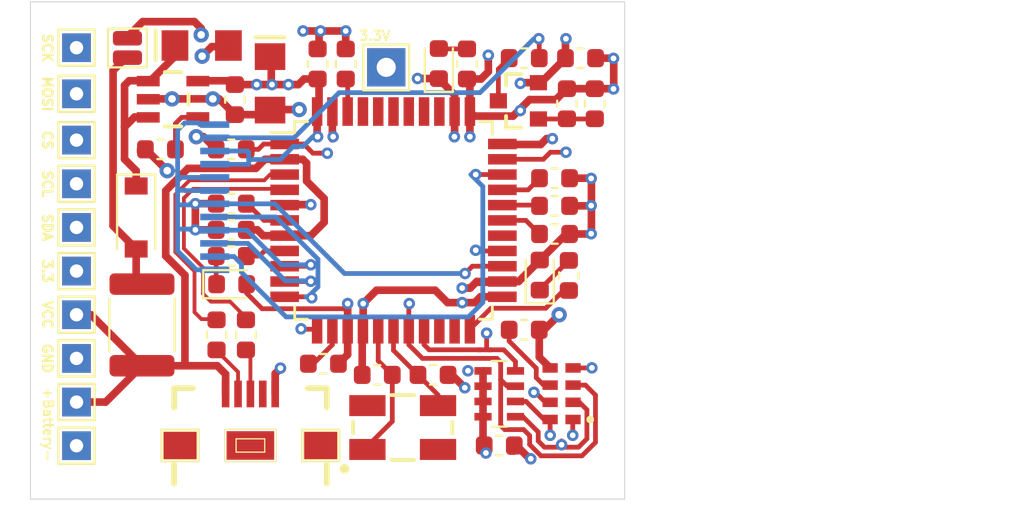
<source format=kicad_pcb>
(kicad_pcb (version 20171130) (host pcbnew "(5.1.6)-1")
  (layers (0 F.Cu signal) (1 In1.Cu signal) (2 In2.Cu signal) (31 B.Cu signal) (34 B.Paste user hide) (35 F.Paste user hide) (36 B.SilkS user hide) (37 F.SilkS user) (38 B.Mask user hide) (39 F.Mask user hide) (44 Edge.Cuts user))
  (net 0 "")
  (net 1 3.3V)
  (net 2 GND)
  (net 3 "Net-(C5-Pad1)")
  (net 4 "Net-(C6-Pad1)")
  (net 5 /AREF)
  (net 6 "Net-(C11-Pad2)")
  (net 7 VCC)
  (net 8 "Net-(C13-Pad1)")
  (net 9 /RAW)
  (net 10 "Net-(D1-Pad2)")
  (net 11 /LEDK)
  (net 12 /D4)
  (net 13 /CS)
  (net 14 /D5)
  (net 15 /SCK)
  (net 16 /MOSI)
  (net 17 "Net-(Q1-Pad1)")
  (net 18 "Net-(Q1-Pad3)")
  (net 19 "Net-(LED1-PadA)")
  (net 20 "Net-(R4-Pad2)")
  (net 21 /D-)
  (net 22 "Net-(R5-Pad2)")
  (net 23 "Net-(D2-PadC)")
  (net 24 "Net-(R6-Pad1)")
  (net 25 /D+)
  (net 26 "Net-(R7-Pad2)")
  (net 27 "Net-(R9-Pad1)")
  (net 28 /D14)
  (net 29 "Net-(D3-PadC)")
  (net 30 /BTN1)
  (net 31 /BTN3)
  (net 32 /BTN4)
  (net 33 /BTN2)
  (net 34 /D2)
  (net 35 /D3)
  (net 36 /D12)
  (net 37 /D11)
  (net 38 /32K)
  (net 39 /RXI)
  (net 40 /TXO)
  (net 41 /D6)
  (net 42 "Net-(U5-Pad36)")
  (net 43 "Net-(U5-Pad37)")
  (net 44 "Net-(U5-Pad38)")
  (net 45 /A3)
  (net 46 /A4)
  (net 47 /A5)
  (net 48 "Net-(U3-PadID)")
  (module TestPoint:TestPoint_THTPad_1.5x1.5mm_Drill0.7mm (layer F.Cu) (at 128.905 93.091)
    (fp_text reference GND (at -1.524 0 270 unlocked) (layer F.SilkS) (effects (font (size 0.5 0.5) (thickness 0.125))))
    (fp_text value TestPoint_THTPad_1.5x1.5mm_Drill0.7mm)
    (pad 1 thru_hole rect (at 0 0) (size 1.5 1.5) (drill 0.7) (layers *.Cu *.Mask) (net 2 GND))
  )
  (module TestPoint:TestPoint_THTPad_1.5x1.5mm_Drill0.7mm (layer F.Cu) (at 128.905 90.805)
    (fp_text reference VCC (at -1.524 0 270 unlocked) (layer F.SilkS) (effects (font (size 0.5 0.5) (thickness 0.125))))
    (fp_text value TestPoint_THTPad_1.5x1.5mm_Drill0.7mm)
    (pad 1 thru_hole rect (at 0 0) (size 1.5 1.5) (drill 0.7) (layers *.Cu *.Mask) (net 7 VCC))
  )
  (module TestPoint:TestPoint_THTPad_1.5x1.5mm_Drill0.7mm (layer F.Cu) (at 128.905 88.519)
    (fp_text reference 3.3 (at -1.524 0 270 unlocked) (layer F.SilkS) (effects (font (size 0.5 0.5) (thickness 0.125))))
    (fp_text value TestPoint_THTPad_1.5x1.5mm_Drill0.7mm)
    (pad 1 thru_hole rect (at 0 0) (size 1.5 1.5) (drill 0.7) (layers *.Cu *.Mask) (net 1 3.3V))
  )
  (module TestPoint:TestPoint_THTPad_1.5x1.5mm_Drill0.7mm (layer F.Cu) (at 128.905 86.233)
    (fp_text reference SDA (at -1.524 0 270 unlocked) (layer F.SilkS) (effects (font (size 0.5 0.5) (thickness 0.125))))
    (fp_text value TestPoint_THTPad_1.5x1.5mm_Drill0.7mm)
    (pad 1 thru_hole rect (at 0 0) (size 1.5 1.5) (drill 0.7) (layers *.Cu *.Mask) (net 34 /D2))
  )
  (module TestPoint:TestPoint_THTPad_1.5x1.5mm_Drill0.7mm (layer F.Cu) (at 128.905 83.947)
    (fp_text reference SCL (at -1.524 0 270 unlocked) (layer F.SilkS) (effects (font (size 0.5 0.5) (thickness 0.125))))
    (fp_text value TestPoint_THTPad_1.5x1.5mm_Drill0.7mm)
    (pad 1 thru_hole rect (at 0 0) (size 1.5 1.5) (drill 0.7) (layers *.Cu *.Mask) (net 35 /D3))
  )
  (module TestPoint:TestPoint_THTPad_1.5x1.5mm_Drill0.7mm (layer F.Cu) (at 128.905 81.661)
    (fp_text reference CS (at -1.524 0 270 unlocked) (layer F.SilkS) (effects (font (size 0.5 0.5) (thickness 0.125))))
    (fp_text value TestPoint_THTPad_1.5x1.5mm_Drill0.7mm)
    (pad 1 thru_hole rect (at 0 0) (size 1.5 1.5) (drill 0.7) (layers *.Cu *.Mask) (net 13 /CS))
  )
  (module TestPoint:TestPoint_THTPad_1.5x1.5mm_Drill0.7mm (layer F.Cu) (at 128.905 79.2353)
    (fp_text reference MOSI (at -1.524 0.0127 270 unlocked) (layer F.SilkS) (effects (font (size 0.5 0.5) (thickness 0.125))))
    (fp_text value TestPoint_THTPad_1.5x1.5mm_Drill0.7mm)
    (pad 1 thru_hole rect (at 0 0) (size 1.5 1.5) (drill 0.7) (layers *.Cu *.Mask) (net 16 /MOSI))
  )
  (module TestPoint:TestPoint_THTPad_1.5x1.5mm_Drill0.7mm (layer F.Cu) (at 128.905 76.8223)
    (fp_text reference SCK (at -1.524 0.0127 270 unlocked) (layer F.SilkS) (effects (font (size 0.5 0.5) (thickness 0.125))))
    (fp_text value TestPoint_THTPad_1.5x1.5mm_Drill0.7mm)
    (pad 1 thru_hole rect (at 0 0) (size 1.5 1.5) (drill 0.7) (layers *.Cu *.Mask) (net 15 /SCK))
  )
  (module TestPoint:TestPoint_THTPad_1.5x1.5mm_Drill0.7mm (layer F.Cu) (at 128.905 97.663)
    (fp_text reference +Battery- (at -1.4859 -1.1176 270 unlocked) (layer F.SilkS) (effects (font (size 0.5 0.5) (thickness 0.1))))
    (fp_text value TestPoint_THTPad_1.5x1.5mm_Drill0.7mm)
    (pad 1 thru_hole rect (at 0 0) (size 1.5 1.5) (drill 0.7) (layers *.Cu *.Mask) (net 2 GND))
  )
  (module TestPoint:TestPoint_THTPad_1.5x1.5mm_Drill0.7mm (layer F.Cu) (at 128.905 95.377)
    (fp_text reference REF** hide)
    (fp_text value TestPoint_THTPad_1.5x1.5mm_Drill0.7mm)
    (pad 1 thru_hole rect (at 0 0) (size 1.5 1.5) (drill 0.7) (layers *.Cu *.Mask) (net 7 VCC))
  )
  (module Downloads:SOT23-5 (layer F.Cu) (at 133.9596 79.5211 270)
    (fp_text reference UE hide)
    (fp_text value MIC5219 hide)
    (pad 5 smd rect (at -0.94996 -1.29794 270) (size 0.54864 1.19888) (layers F.Cu F.Paste F.Mask) (net 1 3.3V))
    (pad 4 smd rect (at 0.94996 -1.29794 270) (size 0.54864 1.19888) (layers F.Cu F.Paste F.Mask) (net 8 "Net-(C13-Pad1)"))
    (pad 3 smd rect (at 0.94996 1.29794 270) (size 0.54864 1.19888) (layers F.Cu F.Paste F.Mask) (net 9 /RAW))
    (pad 2 smd rect (at 0 1.29794 270) (size 0.54864 1.19888) (layers F.Cu F.Paste F.Mask) (net 2 GND))
    (pad 1 smd rect (at -0.94996 1.29794 270) (size 0.54864 1.19888) (layers F.Cu F.Paste F.Mask) (net 9 /RAW))
  )
  (module TestPoint:TestPoint_THTPad_2.0x2.0mm_Drill1.0mm (layer F.Cu) (at 145.1229 77.851)
    (fp_text reference 3.3V (at -0.6096 -1.651) (layer F.SilkS) (effects (font (size 0.5 0.5) (thickness 0.1))))
    (fp_text value TestPoint_THTPad_2.0x2.0mm_Drill1.0mm)
    (pad 1 thru_hole rect (at 0 0) (size 2 2) (drill 1) (layers *.Cu *.Mask) (net 1 3.3V))
  )
  (module Package_QFP:TQFP-44_10x10mm_P0.8mm (layer F.Cu) (at 145.5039 85.8647)
    (fp_text reference U5 hide)
    (fp_text value ATMEGA32U4QFN)
    (pad 1 smd rect (at -5.7 -4) (size 1.5 0.55) (layers F.Cu F.Paste F.Mask) (net 30 /BTN1))
    (pad 2 smd rect (at -5.7 -3.2) (size 1.5 0.55) (layers F.Cu F.Paste F.Mask) (net 7 VCC))
    (pad 3 smd rect (at -5.7 -2.4) (size 1.5 0.55) (layers F.Cu F.Paste F.Mask) (net 21 /D-))
    (pad 4 smd rect (at -5.7 -1.6) (size 1.5 0.55) (layers F.Cu F.Paste F.Mask) (net 25 /D+))
    (pad 5 smd rect (at -5.7 -0.8) (size 1.5 0.55) (layers F.Cu F.Paste F.Mask) (net 2 GND))
    (pad 6 smd rect (at -5.7 0) (size 1.5 0.55) (layers F.Cu F.Paste F.Mask) (net 6 "Net-(C11-Pad2)"))
    (pad 7 smd rect (at -5.7 0.8) (size 1.5 0.55) (layers F.Cu F.Paste F.Mask) (net 7 VCC))
    (pad 8 smd rect (at -5.7 1.6) (size 1.5 0.55) (layers F.Cu F.Paste F.Mask) (net 28 /D14))
    (pad 9 smd rect (at -5.7 2.4) (size 1.5 0.55) (layers F.Cu F.Paste F.Mask) (net 15 /SCK))
    (pad 10 smd rect (at -5.7 3.2) (size 1.5 0.55) (layers F.Cu F.Paste F.Mask) (net 16 /MOSI))
    (pad 11 smd rect (at -5.7 4) (size 1.5 0.55) (layers F.Cu F.Paste F.Mask) (net 13 /CS))
    (pad 12 smd rect (at -4 5.7 90) (size 1.5 0.55) (layers F.Cu F.Paste F.Mask) (net 37 /D11))
    (pad 13 smd rect (at -3.2 5.7 90) (size 1.5 0.55) (layers F.Cu F.Paste F.Mask) (net 20 "Net-(R4-Pad2)"))
    (pad 14 smd rect (at -2.4 5.7 90) (size 1.5 0.55) (layers F.Cu F.Paste F.Mask) (net 1 3.3V))
    (pad 15 smd rect (at -1.6 5.7 90) (size 1.5 0.55) (layers F.Cu F.Paste F.Mask) (net 2 GND))
    (pad 16 smd rect (at -0.8 5.7 90) (size 1.5 0.55) (layers F.Cu F.Paste F.Mask) (net 4 "Net-(C6-Pad1)"))
    (pad 17 smd rect (at 0 5.7 90) (size 1.5 0.55) (layers F.Cu F.Paste F.Mask) (net 3 "Net-(C5-Pad1)"))
    (pad 18 smd rect (at 0.8 5.7 90) (size 1.5 0.55) (layers F.Cu F.Paste F.Mask) (net 35 /D3))
    (pad 19 smd rect (at 1.6 5.7 90) (size 1.5 0.55) (layers F.Cu F.Paste F.Mask) (net 34 /D2))
    (pad 20 smd rect (at 2.4 5.7 90) (size 1.5 0.55) (layers F.Cu F.Paste F.Mask) (net 39 /RXI))
    (pad 21 smd rect (at 3.2 5.7 90) (size 1.5 0.55) (layers F.Cu F.Paste F.Mask) (net 40 /TXO))
    (pad 22 smd rect (at 4 5.7 90) (size 1.5 0.55) (layers F.Cu F.Paste F.Mask) (net 24 "Net-(R6-Pad1)"))
    (pad 23 smd rect (at 5.7 4) (size 1.5 0.55) (layers F.Cu F.Paste F.Mask) (net 2 GND))
    (pad 24 smd rect (at 5.7 3.2) (size 1.5 0.55) (layers F.Cu F.Paste F.Mask) (net 1 3.3V))
    (pad 25 smd rect (at 5.7 2.4) (size 1.5 0.55) (layers F.Cu F.Paste F.Mask) (net 12 /D4))
    (pad 26 smd rect (at 5.7 1.6) (size 1.5 0.55) (layers F.Cu F.Paste F.Mask) (net 36 /D12))
    (pad 27 smd rect (at 5.7 0.8) (size 1.5 0.55) (layers F.Cu F.Paste F.Mask) (net 41 /D6))
    (pad 28 smd rect (at 5.7 0) (size 1.5 0.55) (layers F.Cu F.Paste F.Mask) (net 33 /BTN2))
    (pad 29 smd rect (at 5.7 -0.8) (size 1.5 0.55) (layers F.Cu F.Paste F.Mask) (net 31 /BTN3))
    (pad 30 smd rect (at 5.7 -1.6) (size 1.5 0.55) (layers F.Cu F.Paste F.Mask) (net 32 /BTN4))
    (pad 31 smd rect (at 5.7 -2.4) (size 1.5 0.55) (layers F.Cu F.Paste F.Mask) (net 14 /D5))
    (pad 32 smd rect (at 5.7 -3.2) (size 1.5 0.55) (layers F.Cu F.Paste F.Mask) (net 38 /32K))
    (pad 33 smd rect (at 5.7 -4) (size 1.5 0.55) (layers F.Cu F.Paste F.Mask) (net 2 GND))
    (pad 34 smd rect (at 4 -5.7 90) (size 1.5 0.55) (layers F.Cu F.Paste F.Mask) (net 1 3.3V))
    (pad 35 smd rect (at 3.2 -5.7 90) (size 1.5 0.55) (layers F.Cu F.Paste F.Mask) (net 2 GND))
    (pad 36 smd rect (at 2.4 -5.7 90) (size 1.5 0.55) (layers F.Cu F.Paste F.Mask) (net 42 "Net-(U5-Pad36)"))
    (pad 37 smd rect (at 1.6 -5.7 90) (size 1.5 0.55) (layers F.Cu F.Paste F.Mask) (net 43 "Net-(U5-Pad37)"))
    (pad 38 smd rect (at 0.8 -5.7 90) (size 1.5 0.55) (layers F.Cu F.Paste F.Mask) (net 44 "Net-(U5-Pad38)"))
    (pad 39 smd rect (at 0 -5.7 90) (size 1.5 0.55) (layers F.Cu F.Paste F.Mask) (net 45 /A3))
    (pad 40 smd rect (at -0.8 -5.7 90) (size 1.5 0.55) (layers F.Cu F.Paste F.Mask) (net 46 /A4))
    (pad 41 smd rect (at -1.6 -5.7 90) (size 1.5 0.55) (layers F.Cu F.Paste F.Mask) (net 47 /A5))
    (pad 42 smd rect (at -2.4 -5.7 90) (size 1.5 0.55) (layers F.Cu F.Paste F.Mask) (net 5 /AREF))
    (pad 43 smd rect (at -3.2 -5.7 90) (size 1.5 0.55) (layers F.Cu F.Paste F.Mask) (net 2 GND))
    (pad 44 smd rect (at -4 -5.7 90) (size 1.5 0.55) (layers F.Cu F.Paste F.Mask) (net 1 3.3V))
  )
  (module Downloads:IC_RV-3028-C7 (layer F.Cu) (at 154.305 94.9402 180)
    (fp_text reference U1 hide)
    (fp_text value RV-3028-C7)
    (pad 1 smd rect (at -0.6 -1.35 180) (size 0.8 0.5) (layers F.Cu F.Paste F.Mask) (net 38 /32K))
    (pad 2 smd rect (at -0.6 -0.45 180) (size 0.8 0.5) (layers F.Cu F.Paste F.Mask) (net 37 /D11))
    (pad 3 smd rect (at -0.6 0.45 180) (size 0.8 0.5) (layers F.Cu F.Paste F.Mask) (net 35 /D3))
    (pad 4 smd rect (at -0.6 1.35 180) (size 0.8 0.5) (layers F.Cu F.Paste F.Mask) (net 34 /D2))
    (pad 5 smd rect (at 0.6 1.35 180) (size 0.8 0.5) (layers F.Cu F.Paste F.Mask) (net 2 GND))
    (pad 6 smd rect (at 0.6 0.45 180) (size 0.8 0.5) (layers F.Cu F.Paste F.Mask) (net 27 "Net-(R9-Pad1)"))
    (pad 7 smd rect (at 0.6 -0.45 180) (size 0.8 0.5) (layers F.Cu F.Paste F.Mask) (net 1 3.3V))
    (pad 8 smd rect (at 0.6 -1.35 180) (size 0.8 0.5) (layers F.Cu F.Paste F.Mask) (net 36 /D12))
  )
  (module Resistor_SMD:R_Array_Concave_4x0603 (layer F.Cu) (at 151.0411 94.9452)
    (fp_text reference RN2 hide)
    (fp_text value R_Pack04)
    (pad 2 smd rect (at -0.85 -0.4) (size 0.9 0.4) (layers F.Cu F.Paste F.Mask) (net 1 3.3V))
    (pad 3 smd rect (at -0.85 0.4) (size 0.9 0.4) (layers F.Cu F.Paste F.Mask) (net 1 3.3V))
    (pad 1 smd rect (at -0.85 -1.2) (size 0.9 0.4) (layers F.Cu F.Paste F.Mask) (net 1 3.3V))
    (pad 4 smd rect (at -0.85 1.2) (size 0.9 0.4) (layers F.Cu F.Paste F.Mask) (net 1 3.3V))
    (pad 8 smd rect (at 0.85 -1.2) (size 0.9 0.4) (layers F.Cu F.Paste F.Mask) (net 34 /D2))
    (pad 7 smd rect (at 0.85 -0.4) (size 0.9 0.4) (layers F.Cu F.Paste F.Mask) (net 35 /D3))
    (pad 6 smd rect (at 0.85 0.4) (size 0.9 0.4) (layers F.Cu F.Paste F.Mask) (net 36 /D12))
    (pad 5 smd rect (at 0.85 1.2) (size 0.9 0.4) (layers F.Cu F.Paste F.Mask) (net 37 /D11))
  )
  (module Downloads:SOT23-3 (layer F.Cu) (at 152.0952 79.6036 90)
    (fp_text reference Q1 hide)
    (fp_text value MMBT3904 hide)
    (pad 1 smd rect (at -0.94996 0.99822 90) (size 0.79756 0.89916) (layers F.Cu F.Paste F.Mask) (net 17 "Net-(Q1-Pad1)"))
    (pad 2 smd rect (at 0.94996 0.99822 90) (size 0.79756 0.89916) (layers F.Cu F.Paste F.Mask) (net 2 GND))
    (pad 3 smd rect (at 0 -1.09982 90) (size 0.79756 0.89916) (layers F.Cu F.Paste F.Mask) (net 18 "Net-(Q1-Pad3)"))
  )
  (module Diode_SMD:D_0603_1608Metric (layer F.Cu) (at 147.8788 77.6532 90)
    (fp_text reference LED1 hide)
    (fp_text value Red)
    (pad A smd roundrect (at 0.7875 0 90) (size 0.875 0.95) (layers F.Cu F.Paste F.Mask) (net 19 "Net-(LED1-PadA)"))
    (pad C smd roundrect (at -0.7875 0 90) (size 0.875 0.95) (layers F.Cu F.Paste F.Mask) (net 2 GND))
  )
  (module Diode_SMD:D_0603_1608Metric (layer F.Cu) (at 153.162 88.7276 90)
    (fp_text reference D2 hide)
    (fp_text value Green)
    (pad C smd roundrect (at -0.7875 0 90) (size 0.875 0.95) (layers F.Cu F.Paste F.Mask) (net 23 "Net-(D2-PadC)"))
    (pad A smd roundrect (at 0.7875 0 90) (size 0.875 0.95) (layers F.Cu F.Paste F.Mask) (net 1 3.3V))
  )
  (module Diode_SMD:D_0603_1608Metric (layer F.Cu) (at 137.0276 89.2048)
    (fp_text reference D3 hide)
    (fp_text value Yellow)
    (pad A smd roundrect (at 0.7875 0) (size 0.875 0.95) (layers F.Cu F.Paste F.Mask) (net 1 3.3V))
    (pad C smd roundrect (at -0.7875 0) (size 0.875 0.95) (layers F.Cu F.Paste F.Mask) (net 29 "Net-(D3-PadC)"))
  )
  (module Connectors:USB-AB-MICRO-SMD (layer F.Cu) (at 138.0109 97.6503 90)
    (fp_text reference U3 hide)
    (fp_text value USB-AB hide)
    (pad VBUS smd rect (at 2.69748 -1.29794 180) (size 0.39878 1.39954) (layers F.Cu F.Paste F.Mask) (net 7 VCC))
    (pad SHLD smd rect (at 0 0 90) (size 1.4986 2.49936) (layers F.Cu F.Paste F.Mask))
    (pad SHLD smd rect (at 0 -3.67792 90) (size 1.4986 1.79832) (layers F.Cu F.Paste F.Mask))
    (pad SHLD smd rect (at 0 3.67792 90) (size 1.4986 1.79832) (layers F.Cu F.Paste F.Mask))
    (pad ID smd rect (at 2.69748 0.6477 180) (size 0.39878 1.39954) (layers F.Cu F.Paste F.Mask) (net 48 "Net-(U3-PadID)"))
    (pad GND smd rect (at 2.69748 1.29794 180) (size 0.39878 1.39954) (layers F.Cu F.Paste F.Mask) (net 2 GND))
    (pad D- smd rect (at 2.69748 -0.6477 180) (size 0.39878 1.39954) (layers F.Cu F.Paste F.Mask) (net 22 "Net-(R5-Pad2)"))
    (pad D+ smd rect (at 2.69748 0 180) (size 0.39878 1.39954) (layers F.Cu F.Paste F.Mask) (net 26 "Net-(R7-Pad2)"))
  )
  (module Capacitors:EIA3216 (layer F.Cu) (at 139.0396 78.6892 90)
    (fp_text reference C2 hide)
    (fp_text value 10uF hide)
    (pad C smd rect (at -1.39954 0 180) (size 1.59766 1.39954) (layers F.Cu F.Paste F.Mask) (net 2 GND))
    (pad A smd rect (at 1.39954 0 180) (size 1.59766 1.39954) (layers F.Cu F.Paste F.Mask) (net 1 3.3V))
  )
  (module Capacitors:EIA3216 (layer F.Cu) (at 135.46074 76.708 180)
    (fp_text reference C1 hide)
    (fp_text value 10uF hide)
    (pad A smd rect (at 1.39954 0 270) (size 1.59766 1.39954) (layers F.Cu F.Paste F.Mask) (net 9 /RAW))
    (pad C smd rect (at -1.39954 0 270) (size 1.59766 1.39954) (layers F.Cu F.Paste F.Mask) (net 2 GND))
  )
  (module Diode_SMD:D_SOD-123 (layer F.Cu) (at 132.0292 85.7123 270)
    (fp_text reference D1 hide)
    (fp_text value DIODESOD)
    (pad 1 smd rect (at -1.65 0 270) (size 0.9 1.2) (layers F.Cu F.Paste F.Mask) (net 9 /RAW))
    (pad 2 smd rect (at 1.65 0 270) (size 0.9 1.2) (layers F.Cu F.Paste F.Mask) (net 10 "Net-(D1-Pad2)"))
  )
  (module Fuse:Fuse_1812_4532Metric (layer F.Cu) (at 132.334 91.3384 90)
    (fp_text reference F1 hide)
    (fp_text value 500mA)
    (pad 1 smd roundrect (at -2.1375 0 90) (size 1.125 3.4) (layers F.Cu F.Paste F.Mask) (roundrect_rratio 0.222222) (net 7 VCC))
    (pad 2 smd roundrect (at 2.1375 0 90) (size 1.125 3.4) (layers F.Cu F.Paste F.Mask) (roundrect_rratio 0.222222) (net 10 "Net-(D1-Pad2)"))
  )
  (module Downloads:bearlcd12pin (layer B.Cu) (at 132.7912 82.423 270)
    (fp_text reference J3 hide)
    (fp_text value "Display FPC")
    (pad 10 smd rect (at 4.64566 -3.3528 270) (size 0.345 1.524) (layers B.Cu B.Paste B.Mask) (net 16 /MOSI))
    (pad 12 smd rect (at 6.02742 -3.3528 270) (size 0.345 1.524) (layers B.Cu B.Paste B.Mask) (net 2 GND))
    (pad 9 smd rect (at 3.95478 -3.3528 270) (size 0.345 1.524) (layers B.Cu B.Paste B.Mask) (net 15 /SCK))
    (pad 11 smd rect (at 5.33654 -3.3528 270) (size 0.345 1.524) (layers B.Cu B.Paste B.Mask) (net 14 /D5))
    (pad 6 smd rect (at 1.88214 -3.3528 270) (size 0.345 1.524) (layers B.Cu B.Paste B.Mask) (net 2 GND))
    (pad 8 smd rect (at 3.2639 -3.3528 270) (size 0.345 1.524) (layers B.Cu B.Paste B.Mask) (net 13 /CS))
    (pad 5 smd rect (at 1.19126 -3.3528 270) (size 0.345 1.524) (layers B.Cu B.Paste B.Mask) (net 2 GND))
    (pad 7 smd rect (at 2.57302 -3.3528 270) (size 0.345 1.524) (layers B.Cu B.Paste B.Mask) (net 12 /D4))
    (pad 4 smd rect (at 0.49784 -3.3528 270) (size 0.345 1.524) (layers B.Cu B.Paste B.Mask) (net 1 3.3V))
    (pad 3 smd rect (at -0.19304 -3.3528 270) (size 0.345 1.524) (layers B.Cu B.Paste B.Mask) (net 1 3.3V))
    (pad 2 smd rect (at -0.88392 -3.3528 270) (size 0.345 1.524) (layers B.Cu B.Paste B.Mask) (net 11 /LEDK))
    (pad 1 smd rect (at -1.5748 -3.3528 270) (size 0.345 1.524) (layers B.Cu B.Paste B.Mask) (net 2 GND))
  )
  (module Resistor_SMD:R_0603_1608Metric (layer F.Cu) (at 154.5844 79.756 90)
    (fp_text reference R1 hide)
    (fp_text value 1K)
    (pad 1 smd roundrect (at -0.7875 0 90) (size 0.875 0.95) (layers F.Cu F.Paste F.Mask) (net 17 "Net-(Q1-Pad1)"))
    (pad 2 smd roundrect (at 0.7875 0 90) (size 0.875 0.95) (layers F.Cu F.Paste F.Mask) (net 1 3.3V))
  )
  (module Resistor_SMD:R_0603_1608Metric (layer F.Cu) (at 149.352 77.6732 270)
    (fp_text reference R2 hide)
    (fp_text value 1K)
    (pad 1 smd roundrect (at -0.7875 0 270) (size 0.875 0.95) (layers F.Cu F.Paste F.Mask) (net 19 "Net-(LED1-PadA)"))
    (pad 2 smd roundrect (at 0.7875 0 270) (size 0.875 0.95) (layers F.Cu F.Paste F.Mask) (net 1 3.3V))
  )
  (module Resistor_SMD:R_0603_1608Metric (layer F.Cu) (at 156.0449 79.756 90)
    (fp_text reference R3 hide)
    (fp_text value 10K)
    (pad 2 smd roundrect (at 0.7875 0 90) (size 0.875 0.95) (layers F.Cu F.Paste F.Mask) (net 1 3.3V))
    (pad 1 smd roundrect (at -0.7875 0 90) (size 0.875 0.95) (layers F.Cu F.Paste F.Mask) (net 17 "Net-(Q1-Pad1)"))
  )
  (module Resistor_SMD:R_0603_1608Metric (layer F.Cu) (at 141.8336 93.3704 180)
    (fp_text reference R4 hide)
    (fp_text value 10k)
    (pad 2 smd roundrect (at 0.7875 0 180) (size 0.875 0.95) (layers F.Cu F.Paste F.Mask) (net 20 "Net-(R4-Pad2)"))
    (pad 1 smd roundrect (at -0.7875 0 180) (size 0.875 0.95) (layers F.Cu F.Paste F.Mask) (net 1 3.3V))
  )
  (module Resistor_SMD:R_0603_1608Metric (layer F.Cu) (at 136.2376 91.8591 270)
    (fp_text reference R5 hide)
    (fp_text value 22)
    (pad 1 smd roundrect (at -0.7875 0 270) (size 0.875 0.95) (layers F.Cu F.Paste F.Mask) (net 21 /D-))
    (pad 2 smd roundrect (at 0.7875 0 270) (size 0.875 0.95) (layers F.Cu F.Paste F.Mask) (net 22 "Net-(R5-Pad2)"))
  )
  (module Resistor_SMD:R_0603_1608Metric (layer F.Cu) (at 154.686 88.7476 90)
    (fp_text reference R6 hide)
    (fp_text value 330)
    (pad 1 smd roundrect (at -0.7875 0 90) (size 0.875 0.95) (layers F.Cu F.Paste F.Mask) (net 24 "Net-(R6-Pad1)"))
    (pad 2 smd roundrect (at 0.7875 0 90) (size 0.875 0.95) (layers F.Cu F.Paste F.Mask) (net 23 "Net-(D2-PadC)"))
  )
  (module Resistor_SMD:R_0603_1608Metric (layer F.Cu) (at 137.7776 91.8591 270)
    (fp_text reference R7 hide)
    (fp_text value 22)
    (pad 1 smd roundrect (at -0.7875 0 270) (size 0.875 0.95) (layers F.Cu F.Paste F.Mask) (net 25 /D+))
    (pad 2 smd roundrect (at 0.7875 0 270) (size 0.875 0.95) (layers F.Cu F.Paste F.Mask) (net 26 "Net-(R7-Pad2)"))
  )
  (module Resistor_SMD:R_0603_1608Metric (layer F.Cu) (at 152.3492 77.3684 180)
    (fp_text reference R8 hide)
    (fp_text value 10)
    (pad 2 smd roundrect (at 0.7875 0 180) (size 0.875 0.95) (layers F.Cu F.Paste F.Mask) (net 18 "Net-(Q1-Pad3)"))
    (pad 1 smd roundrect (at -0.7875 0 180) (size 0.875 0.95) (layers F.Cu F.Paste F.Mask) (net 11 /LEDK))
  )
  (module Resistor_SMD:R_0603_1608Metric (layer F.Cu) (at 152.3492 91.5924)
    (fp_text reference R9 hide)
    (fp_text value 10K)
    (pad 1 smd roundrect (at -0.7875 0) (size 0.875 0.95) (layers F.Cu F.Paste F.Mask) (net 27 "Net-(R9-Pad1)"))
    (pad 2 smd roundrect (at 0.7875 0) (size 0.875 0.95) (layers F.Cu F.Paste F.Mask) (net 2 GND))
  )
  (module Resistor_SMD:R_0603_1608Metric (layer F.Cu) (at 137.0076 87.7316 180)
    (fp_text reference R11 hide)
    (fp_text value 330)
    (pad 2 smd roundrect (at 0.7875 0 180) (size 0.875 0.95) (layers F.Cu F.Paste F.Mask) (net 29 "Net-(D3-PadC)"))
    (pad 1 smd roundrect (at -0.7875 0 180) (size 0.875 0.95) (layers F.Cu F.Paste F.Mask) (net 28 /D14))
  )
  (module Resistor_SMD:R_0603_1608Metric (layer F.Cu) (at 137.0076 82.1436)
    (fp_text reference R12 hide)
    (fp_text value 10k)
    (pad 1 smd roundrect (at -0.7875 0) (size 0.875 0.95) (layers F.Cu F.Paste F.Mask) (net 1 3.3V))
    (pad 2 smd roundrect (at 0.7875 0) (size 0.875 0.95) (layers F.Cu F.Paste F.Mask) (net 30 /BTN1))
  )
  (module Resistor_SMD:R_0603_1608Metric (layer F.Cu) (at 153.9367 85.1027 180)
    (fp_text reference R13 hide)
    (fp_text value 10k)
    (pad 1 smd roundrect (at -0.7875 0 180) (size 0.875 0.95) (layers F.Cu F.Paste F.Mask) (net 1 3.3V))
    (pad 2 smd roundrect (at 0.7875 0 180) (size 0.875 0.95) (layers F.Cu F.Paste F.Mask) (net 31 /BTN3))
  )
  (module Resistor_SMD:R_0603_1608Metric (layer F.Cu) (at 153.9367 83.6549 180)
    (fp_text reference R14 hide)
    (fp_text value 10k)
    (pad 2 smd roundrect (at 0.7875 0 180) (size 0.875 0.95) (layers F.Cu F.Paste F.Mask) (net 32 /BTN4))
    (pad 1 smd roundrect (at -0.7875 0 180) (size 0.875 0.95) (layers F.Cu F.Paste F.Mask) (net 1 3.3V))
  )
  (module Resistor_SMD:R_0603_1608Metric (layer F.Cu) (at 153.9367 86.5759 180)
    (fp_text reference R15 hide)
    (fp_text value 10k)
    (pad 2 smd roundrect (at 0.7875 0 180) (size 0.875 0.95) (layers F.Cu F.Paste F.Mask) (net 33 /BTN2))
    (pad 1 smd roundrect (at -0.7875 0 180) (size 0.875 0.95) (layers F.Cu F.Paste F.Mask) (net 1 3.3V))
  )
  (module Downloads:Jumper (layer F.Cu) (at 129.032 77.343 90)
    (fp_text reference SJ1 hide)
    (fp_text value "Closed for 5V Board")
    (pad 1 smd roundrect (at 0 2.54 90) (size 0.762 1.524) (layers F.Cu F.Paste F.Mask) (net 10 "Net-(D1-Pad2)"))
    (pad 2 smd roundrect (at 1.016 2.54 90) (size 0.762 1.524) (layers F.Cu F.Paste F.Mask) (net 1 3.3V))
  )
  (module Downloads:CRYSTAL-SMD-5X3.2-4PAD (layer F.Cu) (at 145.9865 96.7105)
    (fp_text reference Y1 hide)
    (fp_text value 16MHz hide)
    (pad 1 smd rect (at -1.84912 1.14808) (size 1.89992 1.09982) (layers F.Cu F.Paste F.Mask) (net 4 "Net-(C6-Pad1)"))
    (pad 2 smd rect (at 1.84912 1.14808) (size 1.89992 1.09982) (layers F.Cu F.Paste F.Mask))
    (pad 3 smd rect (at 1.84912 -1.14808) (size 1.89992 1.09982) (layers F.Cu F.Paste F.Mask) (net 3 "Net-(C5-Pad1)"))
    (pad 4 smd rect (at -1.84912 -1.14808) (size 1.89992 1.09982) (layers F.Cu F.Paste F.Mask))
  )
  (module Capacitor_SMD:C_0603_1608Metric (layer F.Cu) (at 141.5288 77.6732 90)
    (fp_text reference C3 hide)
    (fp_text value 1uF)
    (pad 2 smd roundrect (at 0.7875 0 90) (size 0.875 0.95) (layers F.Cu F.Paste F.Mask) (net 2 GND))
    (pad 1 smd roundrect (at -0.7875 0 90) (size 0.875 0.95) (layers F.Cu F.Paste F.Mask) (net 1 3.3V))
  )
  (module Capacitor_SMD:C_0603_1608Metric (layer F.Cu) (at 137.1981 79.5401 90)
    (fp_text reference C4 hide)
    (fp_text value 0.1uF)
    (pad 2 smd roundrect (at 0.7875 0 90) (size 0.875 0.95) (layers F.Cu F.Paste F.Mask) (net 1 3.3V))
    (pad 1 smd roundrect (at -0.7875 0 90) (size 0.875 0.95) (layers F.Cu F.Paste F.Mask) (net 2 GND))
  )
  (module Capacitor_SMD:C_0603_1608Metric (layer F.Cu) (at 147.574 93.9546)
    (fp_text reference C5 hide)
    (fp_text value 22pF)
    (pad 1 smd roundrect (at -0.7875 0) (size 0.875 0.95) (layers F.Cu F.Paste F.Mask) (net 3 "Net-(C5-Pad1)"))
    (pad 2 smd roundrect (at 0.7875 0) (size 0.875 0.95) (layers F.Cu F.Paste F.Mask) (net 2 GND))
  )
  (module Capacitor_SMD:C_0603_1608Metric (layer F.Cu) (at 144.653 93.9546 180)
    (fp_text reference C6 hide)
    (fp_text value 22pF)
    (pad 2 smd roundrect (at 0.7875 0 180) (size 0.875 0.95) (layers F.Cu F.Paste F.Mask) (net 2 GND))
    (pad 1 smd roundrect (at -0.7875 0 180) (size 0.875 0.95) (layers F.Cu F.Paste F.Mask) (net 4 "Net-(C6-Pad1)"))
  )
  (module Capacitor_SMD:C_0603_1608Metric (layer F.Cu) (at 155.2956 77.3684 180)
    (fp_text reference C7 hide)
    (fp_text value 1uF)
    (pad 2 smd roundrect (at 0.7875 0 180) (size 0.875 0.95) (layers F.Cu F.Paste F.Mask) (net 2 GND))
    (pad 1 smd roundrect (at -0.7875 0 180) (size 0.875 0.95) (layers F.Cu F.Paste F.Mask) (net 1 3.3V))
  )
  (module Capacitor_SMD:C_0603_1608Metric (layer F.Cu) (at 151.0411 97.6503)
    (fp_text reference C8 hide)
    (fp_text value 10nF)
    (pad 1 smd roundrect (at -0.7875 0) (size 0.875 0.95) (layers F.Cu F.Paste F.Mask) (net 1 3.3V))
    (pad 2 smd roundrect (at 0.7875 0) (size 0.875 0.95) (layers F.Cu F.Paste F.Mask) (net 2 GND))
  )
  (module Capacitor_SMD:C_0603_1608Metric (layer F.Cu) (at 143.002 77.6732 270)
    (fp_text reference C10 hide)
    (fp_text value 0.1uF)
    (pad 1 smd roundrect (at -0.7875 0 270) (size 0.875 0.95) (layers F.Cu F.Paste F.Mask) (net 2 GND))
    (pad 2 smd roundrect (at 0.7875 0 270) (size 0.875 0.95) (layers F.Cu F.Paste F.Mask) (net 5 /AREF))
  )
  (module Capacitor_SMD:C_0603_1608Metric (layer F.Cu) (at 137.0076 84.9884)
    (fp_text reference C11 hide)
    (fp_text value 1uF)
    (pad 2 smd roundrect (at 0.7875 0) (size 0.875 0.95) (layers F.Cu F.Paste F.Mask) (net 6 "Net-(C11-Pad2)"))
    (pad 1 smd roundrect (at -0.7875 0) (size 0.875 0.95) (layers F.Cu F.Paste F.Mask) (net 2 GND))
  )
  (module Capacitor_SMD:C_0603_1608Metric (layer F.Cu) (at 137.0076 86.36 180)
    (fp_text reference C12 hide)
    (fp_text value 1uF)
    (pad 1 smd roundrect (at -0.7875 0 180) (size 0.875 0.95) (layers F.Cu F.Paste F.Mask) (net 7 VCC))
    (pad 2 smd roundrect (at 0.7875 0 180) (size 0.875 0.95) (layers F.Cu F.Paste F.Mask) (net 2 GND))
  )
  (module Capacitor_SMD:C_0603_1608Metric (layer F.Cu) (at 133.2992 82.1436 180)
    (fp_text reference C13 hide)
    (fp_text value 470pF)
    (pad 2 smd roundrect (at 0.7875 0 180) (size 0.875 0.95) (layers F.Cu F.Paste F.Mask) (net 2 GND))
    (pad 1 smd roundrect (at -0.7875 0 180) (size 0.875 0.95) (layers F.Cu F.Paste F.Mask) (net 8 "Net-(C13-Pad1)"))
  )
  (gr_line (start 126.492 74.422) (end 126.492 100.457) (layer Edge.Cuts) (width 0.05))
  (gr_line (start 157.607 74.422) (end 126.492 74.422) (layer Edge.Cuts) (width 0.05))
  (gr_line (start 157.607 100.457) (end 157.607 74.422) (layer Edge.Cuts) (width 0.05))
  (gr_line (start 126.492 100.457) (end 157.607 100.457) (layer Edge.Cuts) (width 0.05))
  (via (at 146.3294 90.2208) (size 0.6) (drill 0.3) (layers F.Cu B.Cu) (net 35))
  (via (at 149.4028 93.7387) (size 0.6) (drill 0.3) (layers F.Cu B.Cu) (net 1))
  (via (at 150.3426 98.044) (size 0.6) (drill 0.3) (layers F.Cu B.Cu) (net 1))
  (via (at 152.8572 94.869) (size 0.6) (drill 0.3) (layers F.Cu B.Cu) (net 1))
  (via (at 135.1788 81.4832) (size 0.8) (drill 0.4) (layers F.Cu B.Cu) (net 1))
  (via (at 152.146 80.1116) (size 0.6) (drill 0.3) (layers F.Cu B.Cu) (net 1))
  (via (at 150.4696 77.216) (size 0.6) (drill 0.3) (layers F.Cu B.Cu) (net 1))
  (via (at 157.0228 78.9813) (size 0.6) (drill 0.3) (layers F.Cu B.Cu) (net 1))
  (via (at 157.0228 77.3811) (size 0.6) (drill 0.3) (layers F.Cu B.Cu) (net 1))
  (via (at 143.1036 90.2208) (size 0.6) (drill 0.3) (layers F.Cu B.Cu) (net 1))
  (via (at 149.098 89.408) (size 0.6) (drill 0.3) (layers F.Cu B.Cu) (net 1))
  (via (at 149.5044 81.4832) (size 0.6) (drill 0.3) (layers F.Cu B.Cu) (net 1))
  (via (at 141.5288 81.4832) (size 0.6) (drill 0.3) (layers F.Cu B.Cu) (net 1))
  (via (at 155.8544 83.6676) (size 0.6) (drill 0.3) (layers F.Cu B.Cu) (net 1))
  (via (at 155.8544 85.09) (size 0.6) (drill 0.3) (layers F.Cu B.Cu) (net 1))
  (via (at 155.8544 86.5632) (size 0.6) (drill 0.3) (layers F.Cu B.Cu) (net 1))
  (segment (start 141.43939 80.10019) (end 141.5039 80.1647) (width 0.4) (layer F.Cu) (net 1))
  (segment (start 141.605 80.0636) (end 141.5039 80.1647) (width 0.4) (layer F.Cu) (net 1))
  (segment (start 141.605 78.4861) (end 141.605 80.0636) (width 0.4) (layer F.Cu) (net 1))
  (segment (start 152.908 88.18504) (end 152.908 87.9601) (width 0.4) (layer F.Cu) (net 1))
  (segment (start 151.1408 89.0016) (end 151.2039 89.0647) (width 0.4) (layer F.Cu) (net 1))
  (segment (start 154.7369 86.5632) (end 154.7242 86.5759) (width 0.4) (layer F.Cu) (net 1))
  (segment (start 154.5462 86.5759) (end 153.162 87.9601) (width 0.4) (layer F.Cu) (net 1))
  (segment (start 154.7242 86.5759) (end 154.5462 86.5759) (width 0.4) (layer F.Cu) (net 1))
  (segment (start 152.0574 89.0647) (end 153.162 87.9601) (width 0.4) (layer F.Cu) (net 1))
  (segment (start 151.2039 89.0647) (end 152.0574 89.0647) (width 0.4) (layer F.Cu) (net 1))
  (segment (start 154.7242 86.5759) (end 155.7909 86.5759) (width 0.4) (layer F.Cu) (net 1))
  (segment (start 154.7369 85.1027) (end 155.8163 85.1027) (width 0.4) (layer F.Cu) (net 1))
  (segment (start 154.7369 83.6549) (end 155.8671 83.6549) (width 0.4) (layer F.Cu) (net 1))
  (segment (start 155.8671 86.5505) (end 155.8163 86.6013) (width 0.4) (layer F.Cu) (net 1))
  (segment (start 155.8671 83.6549) (end 155.8671 86.5505) (width 0.4) (layer F.Cu) (net 1))
  (segment (start 154.5844 78.9685) (end 156.0068 78.9685) (width 0.4) (layer F.Cu) (net 1))
  (segment (start 156.0831 78.8922) (end 156.0068 78.9685) (width 0.4) (layer F.Cu) (net 1))
  (segment (start 156.0831 77.3684) (end 156.972 77.3684) (width 0.4) (layer F.Cu) (net 1))
  (segment (start 156.0068 78.9685) (end 156.8957 78.9685) (width 0.4) (layer F.Cu) (net 1))
  (segment (start 156.972 77.3684) (end 156.972 77.3684) (width 0.4) (layer F.Cu) (net 1))
  (segment (start 156.8957 78.9685) (end 156.8957 78.9685) (width 0.4) (layer F.Cu) (net 1))
  (segment (start 141.5039 81.5599) (end 141.5288 81.5848) (width 0.4) (layer F.Cu) (net 1))
  (segment (start 141.5039 80.1647) (end 141.5039 81.5599) (width 0.4) (layer F.Cu) (net 1))
  (segment (start 149.5039 81.4827) (end 149.5044 81.4832) (width 0.4) (layer F.Cu) (net 1))
  (segment (start 149.5039 80.1647) (end 149.5039 81.4827) (width 0.4) (layer F.Cu) (net 1))
  (segment (start 143.1036 91.5644) (end 143.1039 91.5647) (width 0.4) (layer F.Cu) (net 1))
  (segment (start 151.1654 89.1032) (end 151.2039 89.0647) (width 0.4) (layer F.Cu) (net 1))
  (segment (start 149.9108 89.1032) (end 151.1654 89.1032) (width 0.4) (layer F.Cu) (net 1))
  (segment (start 137.6427 89.2048) (end 137.7696 89.2048) (width 0.25) (layer F.Cu) (net 1))
  (segment (start 137.8459 89.2048) (end 137.8459 89.1793) (width 0.4) (layer F.Cu) (net 1))
  (segment (start 149.538381 80.199181) (end 149.5039 80.1647) (width 0.4) (layer F.Cu) (net 1))
  (segment (start 149.5039 78.6126) (end 149.5039 80.1647) (width 0.4) (layer F.Cu) (net 1))
  (segment (start 149.352 78.4607) (end 149.5039 78.6126) (width 0.4) (layer F.Cu) (net 1))
  (segment (start 154.5844 78.9685) (end 154.100479 79.452421) (width 0.4) (layer F.Cu) (net 1))
  (segment (start 149.741581 80.402381) (end 149.5039 80.1647) (width 0.4) (layer F.Cu) (net 1))
  (segment (start 151.764961 80.402381) (end 149.741581 80.402381) (width 0.4) (layer F.Cu) (net 1))
  (segment (start 152.626197 79.541145) (end 151.764961 80.402381) (width 0.4) (layer F.Cu) (net 1))
  (segment (start 154.011755 79.541145) (end 154.100479 79.452421) (width 0.4) (layer F.Cu) (net 1))
  (segment (start 152.626197 79.541145) (end 154.011755 79.541145) (width 0.4) (layer F.Cu) (net 1))
  (segment (start 157.0355 78.9686) (end 157.0228 78.9813) (width 0.4) (layer F.Cu) (net 1))
  (segment (start 157.0355 77.3811) (end 157.0355 78.9686) (width 0.4) (layer F.Cu) (net 1))
  (segment (start 141.4143 78.3462) (end 141.5288 78.4607) (width 0.4) (layer F.Cu) (net 1))
  (segment (start 139.1031 77.26426) (end 139.1031 78.7146) (width 0.4) (layer F.Cu) (net 1))
  (segment (start 139.1031 78.7146) (end 139.1412 78.7527) (width 0.4) (layer F.Cu) (net 1))
  (via (at 139.1412 78.7527) (size 0.6) (drill 0.3) (layers F.Cu B.Cu) (net 1))
  (via (at 140.0048 78.7527) (size 0.6) (drill 0.3) (layers F.Cu B.Cu) (net 1))
  (via (at 138.3411 78.7527) (size 0.6) (drill 0.3) (layers F.Cu B.Cu) (net 1))
  (segment (start 137.1981 78.7526) (end 140.5256 78.7526) (width 0.4) (layer F.Cu) (net 1))
  (segment (start 140.8175 78.4607) (end 141.5288 78.4607) (width 0.4) (layer F.Cu) (net 1))
  (segment (start 140.5256 78.7526) (end 140.8175 78.4607) (width 0.4) (layer F.Cu) (net 1))
  (segment (start 143.1039 92.8876) (end 143.1039 91.5647) (width 0.4) (layer F.Cu) (net 1))
  (segment (start 142.6211 93.3704) (end 143.1039 92.8876) (width 0.4) (layer F.Cu) (net 1))
  (segment (start 150.4696 78.0796) (end 150.4696 77.1652) (width 0.4) (layer F.Cu) (net 1))
  (segment (start 150.0885 78.4607) (end 150.4696 78.0796) (width 0.4) (layer F.Cu) (net 1))
  (segment (start 149.352 78.4607) (end 150.0885 78.4607) (width 0.4) (layer F.Cu) (net 1))
  (segment (start 136.99754 78.55204) (end 137.1981 78.7526) (width 0.4) (layer F.Cu) (net 1))
  (segment (start 135.25754 78.55204) (end 136.99754 78.55204) (width 0.4) (layer F.Cu) (net 1))
  (segment (start 135.5597 81.4832) (end 136.2201 82.1436) (width 0.4) (layer F.Cu) (net 1))
  (segment (start 135.1788 81.4832) (end 135.5597 81.4832) (width 0.4) (layer F.Cu) (net 1))
  (segment (start 135.4328 76.1492) (end 135.4328 76.1492) (width 0.4) (layer F.Cu) (net 1))
  (via (at 135.4328 76.1492) (size 0.8) (drill 0.4) (layers F.Cu B.Cu) (net 1))
  (segment (start 153.4546 95.3902) (end 153.705 95.3902) (width 0.25) (layer F.Cu) (net 1))
  (segment (start 152.8191 94.7547) (end 153.4546 95.3902) (width 0.25) (layer F.Cu) (net 1))
  (segment (start 150.1911 97.8799) (end 150.2536 97.9424) (width 0.4) (layer F.Cu) (net 1))
  (segment (start 150.1911 93.7452) (end 150.1911 96.1452) (width 0.4) (layer F.Cu) (net 1))
  (segment (start 150.1911 97.5878) (end 150.2536 97.6503) (width 0.4) (layer F.Cu) (net 1))
  (segment (start 150.1911 96.1452) (end 150.1911 97.5878) (width 0.4) (layer F.Cu) (net 1))
  (segment (start 136.144 82.22996) (end 137.86104 82.22996) (width 0.25) (layer B.Cu) (net 1))
  (segment (start 137.86104 82.22996) (end 137.922 82.29092) (width 0.25) (layer B.Cu) (net 1))
  (segment (start 136.15416 82.931) (end 136.144 82.92084) (width 0.25) (layer B.Cu) (net 1))
  (segment (start 137.922 82.931) (end 136.15416 82.931) (width 0.25) (layer B.Cu) (net 1))
  (segment (start 140.76891 81.98909) (end 141.2748 81.4832) (width 0.25) (layer B.Cu) (net 1))
  (segment (start 139.573 82.677) (end 140.26091 81.98909) (width 0.25) (layer B.Cu) (net 1))
  (segment (start 140.26091 81.98909) (end 140.76891 81.98909) (width 0.25) (layer B.Cu) (net 1))
  (segment (start 137.922 82.677) (end 139.573 82.677) (width 0.25) (layer B.Cu) (net 1))
  (segment (start 137.922 82.29092) (end 137.922 82.677) (width 0.25) (layer B.Cu) (net 1))
  (segment (start 137.922 82.677) (end 137.922 82.931) (width 0.25) (layer B.Cu) (net 1))
  (segment (start 135.4328 75.810198) (end 135.4328 76.1492) (width 0.4) (layer F.Cu) (net 1))
  (segment (start 135.080971 75.458369) (end 135.4328 75.810198) (width 0.4) (layer F.Cu) (net 1))
  (segment (start 132.364431 75.458369) (end 135.080971 75.458369) (width 0.4) (layer F.Cu) (net 1))
  (segment (start 131.572 76.2508) (end 132.364431 75.458369) (width 0.4) (layer F.Cu) (net 1))
  (segment (start 149.862758 89.0647) (end 151.2039 89.0647) (width 0.4) (layer F.Cu) (net 1))
  (segment (start 149.519458 89.408) (end 149.862758 89.0647) (width 0.4) (layer F.Cu) (net 1))
  (segment (start 149.098 89.408) (end 149.519458 89.408) (width 0.4) (layer F.Cu) (net 1))
  (segment (start 142.940699 90.489699) (end 143.1036 90.6526) (width 0.25) (layer F.Cu) (net 1))
  (segment (start 138.624999 90.489699) (end 142.940699 90.489699) (width 0.25) (layer F.Cu) (net 1))
  (segment (start 137.8151 89.6798) (end 138.624999 90.489699) (width 0.25) (layer F.Cu) (net 1))
  (segment (start 137.8151 89.2048) (end 137.8151 89.6798) (width 0.25) (layer F.Cu) (net 1))
  (segment (start 143.1036 90.6526) (end 143.1036 91.5644) (width 0.4) (layer F.Cu) (net 1))
  (segment (start 143.1036 90.2208) (end 143.1036 90.6526) (width 0.4) (layer F.Cu) (net 1))
  (via (at 152.6921 98.3488) (size 0.6) (drill 0.3) (layers F.Cu B.Cu) (net 2))
  (via (at 140.7668 75.946) (size 0.6) (drill 0.3) (layers F.Cu B.Cu) (net 2))
  (via (at 139.5857 93.599) (size 0.6) (drill 0.3) (layers F.Cu B.Cu) (net 2))
  (via (at 152.146 78.6892) (size 0.6) (drill 0.3) (layers F.Cu B.Cu) (net 2))
  (via (at 143.002 75.946) (size 0.6) (drill 0.3) (layers F.Cu B.Cu) (net 2))
  (via (at 141.6812 75.946) (size 0.6) (drill 0.3) (layers F.Cu B.Cu) (net 2))
  (via (at 154.5336 76.3524) (size 0.6) (drill 0.3) (layers F.Cu B.Cu) (net 2))
  (via (at 149.2377 94.6277) (size 0.6) (drill 0.3) (layers F.Cu B.Cu) (net 2))
  (via (at 135.128 86.36) (size 0.6) (drill 0.3) (layers F.Cu B.Cu) (net 2))
  (via (at 135.128 84.9884) (size 0.6) (drill 0.3) (layers F.Cu B.Cu) (net 2))
  (via (at 141.1732 85.0392) (size 0.6) (drill 0.3) (layers F.Cu B.Cu) (net 2))
  (via (at 148.6916 81.4832) (size 0.6) (drill 0.3) (layers F.Cu B.Cu) (net 2))
  (via (at 142.3416 81.4832) (size 0.6) (drill 0.3) (layers F.Cu B.Cu) (net 2))
  (via (at 153.8224 81.5848) (size 0.6) (drill 0.3) (layers F.Cu B.Cu) (net 2))
  (segment (start 143.8655 91.6031) (end 143.9039 91.5647) (width 0.4) (layer F.Cu) (net 2))
  (segment (start 143.8655 93.9546) (end 143.8655 91.6031) (width 0.4) (layer F.Cu) (net 2))
  (via (at 146.7612 78.4352) (size 0.6) (drill 0.3) (layers F.Cu B.Cu) (net 2))
  (segment (start 151.2298 81.8388) (end 151.2039 81.8647) (width 0.4) (layer F.Cu) (net 2))
  (segment (start 139.8294 85.0392) (end 139.8039 85.0647) (width 0.4) (layer F.Cu) (net 2))
  (segment (start 141.224 85.0392) (end 139.8294 85.0392) (width 0.4) (layer F.Cu) (net 2))
  (segment (start 142.3039 80.1647) (end 142.3039 81.5979) (width 0.4) (layer F.Cu) (net 2))
  (segment (start 143.0528 76.9365) (end 143.002 76.9873) (width 0.4) (layer F.Cu) (net 2))
  (segment (start 153.22286 78.65364) (end 154.5081 77.3684) (width 0.4) (layer F.Cu) (net 2))
  (segment (start 153.09342 78.65364) (end 153.22286 78.65364) (width 0.4) (layer F.Cu) (net 2))
  (segment (start 154.5081 77.3684) (end 154.5081 76.3779) (width 0.4) (layer F.Cu) (net 2))
  (segment (start 141.605 76.9873) (end 141.605 76.1238) (width 0.4) (layer F.Cu) (net 2))
  (segment (start 143.002 76.9873) (end 143.002 76.1492) (width 0.4) (layer F.Cu) (net 2))
  (segment (start 148.7039 81.4201) (end 148.6408 81.4832) (width 0.4) (layer F.Cu) (net 2))
  (segment (start 148.7039 80.1647) (end 148.7039 81.4201) (width 0.4) (layer F.Cu) (net 2))
  (segment (start 143.9164 91.5522) (end 143.9039 91.5647) (width 0.4) (layer F.Cu) (net 2))
  (segment (start 143.9164 90.2208) (end 143.9164 91.5522) (width 0.4) (layer F.Cu) (net 2))
  (segment (start 136.0677 84.9884) (end 135.128 84.9884) (width 0.4) (layer F.Cu) (net 2))
  (segment (start 135.128 84.9884) (end 135.128 86.36) (width 0.4) (layer F.Cu) (net 2))
  (segment (start 135.128 86.36) (end 136.0677 86.36) (width 0.4) (layer F.Cu) (net 2))
  (segment (start 148.7039 79.2858) (end 148.7039 80.1647) (width 0.4) (layer F.Cu) (net 2))
  (segment (start 147.8788 78.4607) (end 148.7039 79.2858) (width 0.4) (layer F.Cu) (net 2))
  (segment (start 147.8533 78.4352) (end 147.8788 78.4607) (width 0.4) (layer F.Cu) (net 2))
  (segment (start 146.7612 78.4352) (end 147.8533 78.4352) (width 0.4) (layer F.Cu) (net 2))
  (segment (start 152.18156 78.65364) (end 152.146 78.6892) (width 0.4) (layer F.Cu) (net 2))
  (segment (start 153.09342 78.65364) (end 152.18156 78.65364) (width 0.4) (layer F.Cu) (net 2))
  (segment (start 151.2039 81.8647) (end 151.2288 81.8896) (width 0.4) (layer F.Cu) (net 2))
  (segment (start 151.2288 81.8896) (end 153.2128 81.8896) (width 0.4) (layer F.Cu) (net 2))
  (segment (start 153.5176 81.5848) (end 153.8224 81.5848) (width 0.4) (layer F.Cu) (net 2))
  (segment (start 153.2128 81.8896) (end 153.5176 81.5848) (width 0.4) (layer F.Cu) (net 2))
  (segment (start 141.6304 75.946) (end 143.002 75.946) (width 0.4) (layer F.Cu) (net 2))
  (segment (start 136.97204 77.0509) (end 136.9568 77.0509) (width 0.4) (layer F.Cu) (net 2))
  (segment (start 136.97204 77.0509) (end 136.97204 76.61656) (width 0.4) (layer F.Cu) (net 2))
  (segment (start 136.97204 77.0509) (end 136.97204 77.17536) (width 0.4) (layer F.Cu) (net 2))
  (segment (start 138.83884 80.3276) (end 139.1031 80.06334) (width 0.4) (layer F.Cu) (net 2))
  (segment (start 139.36726 80.3275) (end 139.1031 80.06334) (width 0.4) (layer F.Cu) (net 2))
  (segment (start 138.7601 80.3276) (end 139.0269 80.0608) (width 0.4) (layer F.Cu) (net 2))
  (segment (start 137.1981 80.3276) (end 138.7601 80.3276) (width 0.4) (layer F.Cu) (net 2))
  (segment (start 137.1981 80.3276) (end 136.9188 80.3276) (width 0.4) (layer F.Cu) (net 2))
  (segment (start 132.66166 79.502) (end 133.9088 79.502) (width 0.4) (layer F.Cu) (net 2))
  (segment (start 133.9088 79.502) (end 133.9088 79.502) (width 0.4) (layer F.Cu) (net 2))
  (via (at 133.9088 79.502) (size 0.8) (drill 0.4) (layers F.Cu B.Cu) (net 2))
  (segment (start 136.3725 79.502) (end 137.1981 80.3276) (width 0.4) (layer F.Cu) (net 2))
  (segment (start 133.9088 79.502) (end 136.0424 79.502) (width 0.4) (layer F.Cu) (net 2))
  (segment (start 136.0424 79.502) (end 136.3725 79.502) (width 0.4) (layer F.Cu) (net 2))
  (via (at 136.0424 79.502) (size 0.8) (drill 0.4) (layers F.Cu B.Cu) (net 2))
  (segment (start 139.0269 80.0608) (end 140.462 80.0608) (width 0.4) (layer F.Cu) (net 2))
  (segment (start 140.462 80.0608) (end 140.462 80.0608) (width 0.4) (layer F.Cu) (net 2))
  (via (at 140.5636 80.0608) (size 0.8) (drill 0.4) (layers F.Cu B.Cu) (net 2))
  (via (at 133.6548 83.2612) (size 0.8) (drill 0.4) (layers F.Cu B.Cu) (net 2))
  (segment (start 132.2577 82.2705) (end 132.2577 82.1436) (width 0.4) (layer F.Cu) (net 2))
  (segment (start 132.5117 82.1181) (end 133.6548 83.2612) (width 0.4) (layer F.Cu) (net 2))
  (segment (start 132.5117 82.0928) (end 132.5117 82.1181) (width 0.4) (layer F.Cu) (net 2))
  (segment (start 140.7668 75.946) (end 141.6812 75.946) (width 0.4) (layer F.Cu) (net 2))
  (via (at 135.4836 77.2668) (size 0.8) (drill 0.4) (layers F.Cu B.Cu) (net 2))
  (segment (start 135.4836 77.2668) (end 135.983799 76.766601) (width 0.4) (layer F.Cu) (net 2))
  (segment (start 136.750879 76.766601) (end 136.86028 76.6572) (width 0.4) (layer F.Cu) (net 2))
  (segment (start 135.983799 76.766601) (end 136.750879 76.766601) (width 0.4) (layer F.Cu) (net 2))
  (segment (start 153.705 93.5902) (end 153.6231 93.5902) (width 0.4) (layer F.Cu) (net 2))
  (segment (start 153.4834 93.5902) (end 153.705 93.5902) (width 0.25) (layer F.Cu) (net 2))
  (segment (start 139.30884 94.95282) (end 139.30884 93.88856) (width 0.4) (layer F.Cu) (net 2))
  (segment (start 139.5857 93.6117) (end 139.5857 93.599) (width 0.4) (layer F.Cu) (net 2))
  (segment (start 139.30884 93.88856) (end 139.5857 93.6117) (width 0.4) (layer F.Cu) (net 2))
  (segment (start 153.705 93.5324) (end 153.705 93.5902) (width 0.4) (layer F.Cu) (net 2))
  (segment (start 151.7523 97.9424) (end 151.8286 97.9424) (width 0.25) (layer F.Cu) (net 2))
  (segment (start 151.8286 97.9424) (end 151.60366 97.9424) (width 0.4) (layer F.Cu) (net 2))
  (segment (start 151.937612 97.6503) (end 152.664106 98.376794) (width 0.4) (layer F.Cu) (net 2))
  (segment (start 151.8286 97.6503) (end 151.937612 97.6503) (width 0.4) (layer F.Cu) (net 2))
  (segment (start 148.5646 93.9546) (end 149.2377 94.6277) (width 0.4) (layer F.Cu) (net 2))
  (segment (start 148.3615 93.9546) (end 148.5646 93.9546) (width 0.4) (layer F.Cu) (net 2))
  (segment (start 153.1367 93.0219) (end 153.705 93.5902) (width 0.4) (layer F.Cu) (net 2))
  (segment (start 153.1367 91.5924) (end 153.1367 93.0219) (width 0.4) (layer F.Cu) (net 2))
  (segment (start 153.1367 91.5924) (end 153.3906 91.5924) (width 0.4) (layer F.Cu) (net 2))
  (segment (start 153.3906 91.5924) (end 154.1145 90.8685) (width 0.4) (layer F.Cu) (net 2))
  (segment (start 154.1145 90.8685) (end 154.178 90.805) (width 0.4) (layer F.Cu) (net 2))
  (via (at 154.178 90.805) (size 0.8) (drill 0.4) (layers F.Cu B.Cu) (net 2))
  (segment (start 135.272801 80.758199) (end 134.576799 80.758199) (width 0.25) (layer B.Cu) (net 2))
  (segment (start 134.576799 80.758199) (end 134.199799 81.135199) (width 0.25) (layer B.Cu) (net 2))
  (segment (start 136.144 80.8482) (end 135.362802 80.8482) (width 0.25) (layer B.Cu) (net 2))
  (segment (start 135.362802 80.8482) (end 135.272801 80.758199) (width 0.25) (layer B.Cu) (net 2))
  (segment (start 134.59714 84.30514) (end 136.144 84.30514) (width 0.25) (layer B.Cu) (net 2))
  (segment (start 136.144 83.61426) (end 134.208858 83.61426) (width 0.25) (layer B.Cu) (net 2))
  (segment (start 134.208858 83.61426) (end 134.199799 83.605201) (width 0.25) (layer B.Cu) (net 2))
  (segment (start 134.199799 83.605201) (end 134.199799 83.907799) (width 0.25) (layer B.Cu) (net 2))
  (segment (start 134.1882 83.2612) (end 134.199799 83.272799) (width 0.25) (layer B.Cu) (net 2))
  (segment (start 134.199799 81.135199) (end 134.199799 83.272799) (width 0.25) (layer B.Cu) (net 2))
  (segment (start 134.199799 83.272799) (end 134.199799 83.605201) (width 0.25) (layer B.Cu) (net 2))
  (segment (start 135.18642 88.45042) (end 136.144 88.45042) (width 0.25) (layer B.Cu) (net 2))
  (segment (start 134.199799 87.463799) (end 135.18642 88.45042) (width 0.25) (layer B.Cu) (net 2))
  (segment (start 134.580799 84.288799) (end 134.59714 84.30514) (width 0.25) (layer B.Cu) (net 2))
  (segment (start 134.199799 84.288799) (end 134.580799 84.288799) (width 0.25) (layer B.Cu) (net 2))
  (segment (start 134.199799 83.907799) (end 134.199799 84.288799) (width 0.25) (layer B.Cu) (net 2))
  (segment (start 134.834799 86.320799) (end 134.874 86.36) (width 0.25) (layer B.Cu) (net 2))
  (segment (start 134.199799 86.320799) (end 134.834799 86.320799) (width 0.25) (layer B.Cu) (net 2))
  (segment (start 134.199799 86.320799) (end 134.199799 87.463799) (width 0.25) (layer B.Cu) (net 2))
  (segment (start 134.199799 85.050799) (end 134.811601 85.050799) (width 0.25) (layer B.Cu) (net 2))
  (segment (start 134.199799 85.050799) (end 134.199799 86.320799) (width 0.25) (layer B.Cu) (net 2))
  (segment (start 134.811601 85.050799) (end 134.874 84.9884) (width 0.25) (layer B.Cu) (net 2))
  (segment (start 134.199799 84.288799) (end 134.199799 85.050799) (width 0.25) (layer B.Cu) (net 2))
  (via (at 149.098 90.17) (size 0.6) (drill 0.3) (layers F.Cu B.Cu) (net 2))
  (segment (start 149.7486 90.17) (end 150.0539 89.8647) (width 0.4) (layer F.Cu) (net 2))
  (segment (start 150.0539 89.8647) (end 151.2039 89.8647) (width 0.4) (layer F.Cu) (net 2))
  (segment (start 149.098 90.17) (end 149.7486 90.17) (width 0.4) (layer F.Cu) (net 2))
  (via (at 143.9164 90.2208) (size 0.6) (drill 0.3) (layers F.Cu B.Cu) (net 2))
  (segment (start 144.616401 89.520799) (end 147.686799 89.520799) (width 0.4) (layer F.Cu) (net 2))
  (segment (start 143.9164 90.2208) (end 144.616401 89.520799) (width 0.4) (layer F.Cu) (net 2))
  (segment (start 148.336 90.17) (end 149.098 90.17) (width 0.4) (layer F.Cu) (net 2))
  (segment (start 147.686799 89.520799) (end 148.336 90.17) (width 0.4) (layer F.Cu) (net 2))
  (segment (start 146.684494 93.9546) (end 146.7865 93.9546) (width 0.25) (layer F.Cu) (net 3))
  (segment (start 145.5039 92.672) (end 145.5039 91.5647) (width 0.25) (layer F.Cu) (net 3))
  (segment (start 146.7865 93.9546) (end 145.5039 92.672) (width 0.25) (layer F.Cu) (net 3))
  (segment (start 147.828 94.9961) (end 146.7865 93.9546) (width 0.25) (layer F.Cu) (net 3))
  (segment (start 147.828 95.4024) (end 147.828 94.9961) (width 0.25) (layer F.Cu) (net 3))
  (segment (start 145.602841 94.116941) (end 145.4405 93.9546) (width 0.25) (layer F.Cu) (net 4))
  (segment (start 144.7039 93.218) (end 144.7039 91.5647) (width 0.25) (layer F.Cu) (net 4))
  (segment (start 145.4405 93.9546) (end 144.7039 93.218) (width 0.25) (layer F.Cu) (net 4))
  (segment (start 145.4405 96.38782) (end 145.4405 93.9546) (width 0.25) (layer F.Cu) (net 4))
  (segment (start 144.12976 97.69856) (end 145.4405 96.38782) (width 0.25) (layer F.Cu) (net 4))
  (segment (start 143.1039 78.588) (end 143.002 78.4861) (width 0.25) (layer F.Cu) (net 5))
  (segment (start 143.1039 80.1647) (end 143.1039 78.588) (width 0.25) (layer F.Cu) (net 5))
  (segment (start 138.7222 85.8647) (end 137.8459 84.9884) (width 0.25) (layer F.Cu) (net 6))
  (segment (start 139.8039 85.8647) (end 138.7222 85.8647) (width 0.25) (layer F.Cu) (net 6))
  (segment (start 139.8548 86.7156) (end 139.8039 86.6647) (width 0.4) (layer F.Cu) (net 7))
  (segment (start 137.7951 86.36) (end 138.3792 86.36) (width 0.4) (layer F.Cu) (net 7))
  (segment (start 138.6839 86.6647) (end 139.8039 86.6647) (width 0.4) (layer F.Cu) (net 7))
  (segment (start 138.3792 86.36) (end 138.6839 86.6647) (width 0.4) (layer F.Cu) (net 7))
  (segment (start 131.9784 93.8315) (end 132.334 93.4759) (width 0.4) (layer F.Cu) (net 7))
  (segment (start 133.577998 84.306897) (end 133.577998 87.728115) (width 0.4) (layer F.Cu) (net 7))
  (segment (start 134.745205 83.13969) (end 133.577998 84.306897) (width 0.4) (layer F.Cu) (net 7))
  (segment (start 138.296789 83.13969) (end 134.745205 83.13969) (width 0.4) (layer F.Cu) (net 7))
  (segment (start 139.8039 82.6647) (end 138.771779 82.6647) (width 0.4) (layer F.Cu) (net 7))
  (segment (start 138.771779 82.6647) (end 138.296789 83.13969) (width 0.4) (layer F.Cu) (net 7))
  (segment (start 133.577998 87.728115) (end 134.583389 88.733506) (width 0.4) (layer F.Cu) (net 7))
  (segment (start 132.0546 93.7553) (end 132.334 93.4759) (width 0.4) (layer F.Cu) (net 7))
  (segment (start 136.71296 94.95282) (end 136.71296 93.91396) (width 0.4) (layer F.Cu) (net 7))
  (segment (start 136.71296 93.91396) (end 136.2749 93.4759) (width 0.4) (layer F.Cu) (net 7))
  (segment (start 134.583389 93.397289) (end 134.662 93.4759) (width 0.4) (layer F.Cu) (net 7))
  (segment (start 136.2749 93.4759) (end 134.662 93.4759) (width 0.4) (layer F.Cu) (net 7))
  (segment (start 134.583389 88.733506) (end 134.583389 93.397289) (width 0.4) (layer F.Cu) (net 7))
  (segment (start 134.662 93.4759) (end 132.334 93.4759) (width 0.4) (layer F.Cu) (net 7))
  (segment (start 141.873201 84.723201) (end 140.953901 83.803901) (width 0.4) (layer F.Cu) (net 7))
  (segment (start 140.748902 82.6647) (end 139.8039 82.6647) (width 0.4) (layer F.Cu) (net 7))
  (segment (start 140.953901 82.869699) (end 140.748902 82.6647) (width 0.4) (layer F.Cu) (net 7))
  (segment (start 140.953901 83.803901) (end 140.953901 82.869699) (width 0.4) (layer F.Cu) (net 7))
  (segment (start 139.804 86.6648) (end 139.8039 86.6647) (width 0.4) (layer F.Cu) (net 7))
  (segment (start 130.4329 95.377) (end 132.334 93.4759) (width 0.4) (layer F.Cu) (net 7))
  (segment (start 129.159 95.377) (end 130.4329 95.377) (width 0.4) (layer F.Cu) (net 7))
  (segment (start 141.1732 86.6648) (end 139.804 86.6648) (width 0.4) (layer F.Cu) (net 7))
  (segment (start 141.873201 85.964799) (end 141.873201 84.723201) (width 0.4) (layer F.Cu) (net 7))
  (segment (start 141.1732 86.6648) (end 141.873201 85.964799) (width 0.4) (layer F.Cu) (net 7))
  (segment (start 129.6631 90.805) (end 128.905 90.805) (width 0.4) (layer F.Cu) (net 7))
  (segment (start 132.334 93.4759) (end 129.6631 90.805) (width 0.4) (layer F.Cu) (net 7))
  (segment (start 133.7819 82.1309) (end 133.8707 82.1309) (width 0.25) (layer F.Cu) (net 8))
  (segment (start 133.7692 82.1563) (end 133.7692 81.9276) (width 0.25) (layer F.Cu) (net 8))
  (segment (start 135.24484 80.45196) (end 135.25754 80.45196) (width 0.25) (layer F.Cu) (net 8))
  (segment (start 134.4081 80.47106) (end 135.25754 80.47106) (width 0.25) (layer F.Cu) (net 8))
  (segment (start 134.0867 80.79246) (end 134.4081 80.47106) (width 0.25) (layer F.Cu) (net 8))
  (segment (start 134.0867 82.0928) (end 134.0867 80.79246) (width 0.25) (layer F.Cu) (net 8))
  (segment (start 132.0292 83.26516) (end 131.42019 82.65615) (width 0.4) (layer F.Cu) (net 9))
  (segment (start 132.0292 84.0623) (end 132.0292 83.26516) (width 0.4) (layer F.Cu) (net 9))
  (segment (start 132.66166 80.45196) (end 131.94284 80.45196) (width 0.4) (layer F.Cu) (net 9))
  (segment (start 131.42019 82.65615) (end 131.42019 80.97461) (width 0.4) (layer F.Cu) (net 9))
  (segment (start 131.94284 80.45196) (end 131.42019 80.97461) (width 0.4) (layer F.Cu) (net 9))
  (segment (start 131.42019 80.97461) (end 131.42019 78.79407) (width 0.4) (layer F.Cu) (net 9))
  (segment (start 131.66222 78.55204) (end 132.66166 78.55204) (width 0.4) (layer F.Cu) (net 9))
  (segment (start 131.42019 78.79407) (end 131.66222 78.55204) (width 0.4) (layer F.Cu) (net 9))
  (segment (start 132.66166 78.57114) (end 132.75686 78.57114) (width 0.4) (layer F.Cu) (net 9))
  (segment (start 134.0612 77.2668) (end 134.0612 76.6572) (width 0.4) (layer F.Cu) (net 9))
  (segment (start 132.75686 78.57114) (end 134.0612 77.2668) (width 0.4) (layer F.Cu) (net 9))
  (segment (start 132.1943 87.502) (end 132.0546 87.3623) (width 0.4) (layer F.Cu) (net 10))
  (segment (start 132.0292 88.8961) (end 132.334 89.2009) (width 0.4) (layer F.Cu) (net 10))
  (segment (start 132.0292 87.3623) (end 132.0292 88.8961) (width 0.4) (layer F.Cu) (net 10))
  (segment (start 130.82018 86.15328) (end 130.82018 78.01862) (width 0.4) (layer F.Cu) (net 10))
  (segment (start 132.0292 87.3623) (end 130.82018 86.15328) (width 0.4) (layer F.Cu) (net 10))
  (segment (start 130.82018 78.01862) (end 131.572 77.2668) (width 0.4) (layer F.Cu) (net 10))
  (via (at 153.1112 76.3524) (size 0.6) (drill 0.3) (layers F.Cu B.Cu) (net 11))
  (segment (start 153.1367 77.3684) (end 153.1367 76.3269) (width 0.25) (layer F.Cu) (net 11))
  (segment (start 150.033599 79.176001) (end 152.8572 76.3524) (width 0.25) (layer B.Cu) (net 11))
  (segment (start 142.656997 79.176001) (end 150.033599 79.176001) (width 0.25) (layer B.Cu) (net 11))
  (segment (start 140.293918 81.53908) (end 142.656997 79.176001) (width 0.25) (layer B.Cu) (net 11))
  (segment (start 136.144 81.53908) (end 140.293918 81.53908) (width 0.25) (layer B.Cu) (net 11))
  (via (at 149.2504 88.646) (size 0.6) (drill 0.3) (layers F.Cu B.Cu) (net 12))
  (segment (start 149.6317 88.2647) (end 149.2504 88.646) (width 0.25) (layer F.Cu) (net 12))
  (segment (start 151.2039 88.2647) (end 149.6317 88.2647) (width 0.25) (layer F.Cu) (net 12))
  (segment (start 142.937812 88.646) (end 148.9964 88.646) (width 0.25) (layer B.Cu) (net 12))
  (segment (start 139.287832 84.99602) (end 142.937812 88.646) (width 0.25) (layer B.Cu) (net 12))
  (segment (start 136.144 84.99602) (end 139.287832 84.99602) (width 0.25) (layer B.Cu) (net 12))
  (segment (start 139.8039 89.8647) (end 141.2616 89.8647) (width 0.25) (layer F.Cu) (net 13))
  (via (at 141.224 89.916) (size 0.6) (drill 0.3) (layers F.Cu B.Cu) (net 13))
  (segment (start 141.0716 89.8652) (end 141.133002 89.8652) (width 0.25) (layer B.Cu) (net 13))
  (segment (start 141.54701 89.349592) (end 141.031402 89.8652) (width 0.25) (layer B.Cu) (net 13))
  (segment (start 141.54701 87.891608) (end 141.54701 89.349592) (width 0.25) (layer B.Cu) (net 13))
  (segment (start 139.342302 85.6869) (end 141.54701 87.891608) (width 0.25) (layer B.Cu) (net 13))
  (segment (start 141.031402 89.8652) (end 140.9192 89.8652) (width 0.25) (layer B.Cu) (net 13))
  (segment (start 136.144 85.6869) (end 139.342302 85.6869) (width 0.25) (layer B.Cu) (net 13))
  (segment (start 151.1528 83.4136) (end 151.2039 83.4647) (width 0.25) (layer F.Cu) (net 14))
  (via (at 149.8092 83.4644) (size 0.6) (drill 0.3) (layers F.Cu B.Cu) (net 14))
  (segment (start 151.2036 83.4644) (end 151.2039 83.4647) (width 0.25) (layer F.Cu) (net 14))
  (segment (start 149.86 83.4644) (end 151.2036 83.4644) (width 0.25) (layer F.Cu) (net 14))
  (segment (start 150.180201 84.089401) (end 149.5552 83.4644) (width 0.25) (layer B.Cu) (net 14))
  (segment (start 150.180201 90.165201) (end 150.180201 84.089401) (width 0.25) (layer B.Cu) (net 14))
  (segment (start 139.877197 90.916599) (end 149.428803 90.916599) (width 0.25) (layer B.Cu) (net 14))
  (segment (start 137.54354 88.582942) (end 139.877197 90.916599) (width 0.25) (layer B.Cu) (net 14))
  (segment (start 149.428803 90.916599) (end 150.180201 90.165201) (width 0.25) (layer B.Cu) (net 14))
  (segment (start 137.54354 88.14708) (end 137.54354 88.582942) (width 0.25) (layer B.Cu) (net 14))
  (segment (start 137.156 87.75954) (end 137.54354 88.14708) (width 0.25) (layer B.Cu) (net 14))
  (segment (start 136.144 87.75954) (end 137.156 87.75954) (width 0.25) (layer B.Cu) (net 14))
  (via (at 141.1732 88.1888) (size 0.6) (drill 0.3) (layers F.Cu B.Cu) (net 15))
  (segment (start 141.2624 88.2647) (end 141.351 88.1761) (width 0.25) (layer F.Cu) (net 15))
  (segment (start 140.912998 88.1761) (end 141.097 88.1761) (width 0.25) (layer B.Cu) (net 15))
  (segment (start 139.8039 88.2647) (end 141.2624 88.2647) (width 0.25) (layer F.Cu) (net 15))
  (segment (start 136.144 86.37778) (end 137.824792 86.37778) (width 0.25) (layer B.Cu) (net 15))
  (segment (start 139.635812 88.1888) (end 140.9192 88.1888) (width 0.25) (layer B.Cu) (net 15))
  (segment (start 137.824792 86.37778) (end 139.635812 88.1888) (width 0.25) (layer B.Cu) (net 15))
  (segment (start 141.3506 89.0647) (end 141.351 89.0651) (width 0.25) (layer F.Cu) (net 16))
  (segment (start 139.8039 89.0647) (end 141.3506 89.0647) (width 0.25) (layer F.Cu) (net 16))
  (via (at 141.1732 89.0524) (size 0.6) (drill 0.3) (layers F.Cu B.Cu) (net 16))
  (segment (start 137.879262 87.06866) (end 139.837602 89.027) (width 0.25) (layer B.Cu) (net 16))
  (segment (start 136.144 87.06866) (end 137.879262 87.06866) (width 0.25) (layer B.Cu) (net 16))
  (segment (start 140.8938 89.027) (end 140.9192 89.0524) (width 0.25) (layer B.Cu) (net 16))
  (segment (start 139.837602 89.027) (end 140.8938 89.027) (width 0.25) (layer B.Cu) (net 16))
  (segment (start 155.99674 80.55356) (end 156.0068 80.5435) (width 0.25) (layer F.Cu) (net 17))
  (segment (start 153.09342 80.55356) (end 155.99674 80.55356) (width 0.25) (layer F.Cu) (net 17))
  (segment (start 150.99538 77.93472) (end 151.5617 77.3684) (width 0.25) (layer F.Cu) (net 18))
  (segment (start 150.99538 79.6036) (end 150.99538 77.93472) (width 0.25) (layer F.Cu) (net 18))
  (segment (start 149.0472 76.5809) (end 149.352 76.8857) (width 0.25) (layer F.Cu) (net 19))
  (segment (start 147.8788 76.8857) (end 149.352 76.8857) (width 0.25) (layer F.Cu) (net 19))
  (segment (start 142.3039 92.374702) (end 142.3039 91.5647) (width 0.25) (layer F.Cu) (net 20))
  (segment (start 141.308202 93.3704) (end 142.3039 92.374702) (width 0.25) (layer F.Cu) (net 20))
  (segment (start 141.0461 93.3704) (end 141.308202 93.3704) (width 0.25) (layer F.Cu) (net 20))
  (segment (start 135.4454 91.0335) (end 136.1694 91.0335) (width 0.2) (layer F.Cu) (net 21))
  (segment (start 135.083399 90.671499) (end 135.4454 91.0335) (width 0.2) (layer F.Cu) (net 21))
  (segment (start 139.038898 83.4647) (end 138.740199 83.763399) (width 0.2) (layer F.Cu) (net 21))
  (segment (start 134.078008 87.521005) (end 135.083399 88.526396) (width 0.2) (layer F.Cu) (net 21))
  (segment (start 139.8039 83.4647) (end 139.038898 83.4647) (width 0.2) (layer F.Cu) (net 21))
  (segment (start 138.740199 83.763399) (end 134.828616 83.763399) (width 0.2) (layer F.Cu) (net 21))
  (segment (start 135.083399 88.526396) (end 135.083399 90.671499) (width 0.2) (layer F.Cu) (net 21))
  (segment (start 134.078008 84.514007) (end 134.078008 87.521005) (width 0.2) (layer F.Cu) (net 21))
  (segment (start 134.828616 83.763399) (end 134.078008 84.514007) (width 0.2) (layer F.Cu) (net 21))
  (segment (start 137.3632 93.8023) (end 137.3632 94.95282) (width 0.2) (layer F.Cu) (net 22))
  (segment (start 136.1694 92.6085) (end 137.3632 93.8023) (width 0.2) (layer F.Cu) (net 22))
  (segment (start 152.908 89.5351) (end 152.908 89.4841) (width 0.25) (layer F.Cu) (net 23))
  (segment (start 153.162 89.4841) (end 154.686 87.9601) (width 0.25) (layer F.Cu) (net 23))
  (segment (start 153.162 89.5351) (end 153.162 89.4841) (width 0.25) (layer F.Cu) (net 23))
  (segment (start 154.405994 89.5351) (end 153.476393 90.464701) (width 0.25) (layer F.Cu) (net 24))
  (segment (start 154.686 89.5351) (end 154.405994 89.5351) (width 0.25) (layer F.Cu) (net 24))
  (segment (start 153.476393 90.464701) (end 150.603899 90.464701) (width 0.25) (layer F.Cu) (net 24))
  (segment (start 150.603899 90.464701) (end 149.5039 91.5647) (width 0.25) (layer F.Cu) (net 24))
  (segment (start 139.8039 84.2647) (end 139.640297 84.2647) (width 0.2) (layer F.Cu) (net 25))
  (segment (start 135.015008 84.21339) (end 134.527999 84.700399) (width 0.2) (layer F.Cu) (net 25))
  (segment (start 139.640297 84.2647) (end 139.588987 84.21339) (width 0.2) (layer F.Cu) (net 25))
  (segment (start 139.588987 84.21339) (end 135.015008 84.21339) (width 0.2) (layer F.Cu) (net 25))
  (segment (start 134.527999 84.700399) (end 134.527999 87.334599) (width 0.2) (layer F.Cu) (net 25))
  (segment (start 135.53339 88.33999) (end 135.53339 89.67593) (width 0.2) (layer F.Cu) (net 25))
  (segment (start 134.527999 87.334599) (end 135.53339 88.33999) (width 0.2) (layer F.Cu) (net 25))
  (segment (start 137.8585 91.0336) (end 136.9441 90.1192) (width 0.2) (layer F.Cu) (net 25))
  (segment (start 135.94586 90.1192) (end 135.51799 89.69133) (width 0.2) (layer F.Cu) (net 25))
  (segment (start 136.9441 90.1192) (end 135.94586 90.1192) (width 0.2) (layer F.Cu) (net 25))
  (segment (start 138.0109 92.761) (end 137.8585 92.6086) (width 0.2) (layer F.Cu) (net 26))
  (segment (start 138.0109 94.95282) (end 138.0109 92.761) (width 0.2) (layer F.Cu) (net 26))
  (segment (start 153.705 94.4902) (end 153.444101 94.4902) (width 0.25) (layer F.Cu) (net 27))
  (segment (start 153.705 94.4902) (end 153.479602 94.4902) (width 0.25) (layer F.Cu) (net 27))
  (segment (start 153.705 94.4902) (end 153.403402 94.4902) (width 0.25) (layer F.Cu) (net 27))
  (segment (start 153.369998 94.4902) (end 153.705 94.4902) (width 0.25) (layer F.Cu) (net 27))
  (segment (start 152.979999 93.607675) (end 152.979999 94.100201) (width 0.25) (layer F.Cu) (net 27))
  (segment (start 152.979999 94.100201) (end 153.369998 94.4902) (width 0.25) (layer F.Cu) (net 27))
  (segment (start 151.5617 92.189376) (end 152.979999 93.607675) (width 0.25) (layer F.Cu) (net 27))
  (segment (start 151.5617 91.5924) (end 151.5617 92.189376) (width 0.25) (layer F.Cu) (net 27))
  (segment (start 139.8039 87.4647) (end 138.7477 87.4647) (width 0.25) (layer F.Cu) (net 28))
  (segment (start 138.4808 87.7316) (end 137.7951 87.7316) (width 0.25) (layer F.Cu) (net 28))
  (segment (start 138.7477 87.4647) (end 138.4808 87.7316) (width 0.25) (layer F.Cu) (net 28))
  (segment (start 136.2201 89.154) (end 136.2709 89.2048) (width 0.25) (layer F.Cu) (net 29))
  (segment (start 136.2201 87.7316) (end 136.2201 89.154) (width 0.25) (layer F.Cu) (net 29))
  (via (at 142.0368 82.3468) (size 0.6) (drill 0.3) (layers F.Cu B.Cu) (net 30))
  (segment (start 139.8039 81.8647) (end 139.3195 81.8647) (width 0.25) (layer F.Cu) (net 30))
  (segment (start 139.8016 81.8624) (end 139.8039 81.8647) (width 0.4) (layer F.Cu) (net 30))
  (segment (start 140.8039 81.8647) (end 141.1224 82.1832) (width 0.25) (layer F.Cu) (net 30))
  (segment (start 139.8039 81.8647) (end 140.8039 81.8647) (width 0.25) (layer F.Cu) (net 30))
  (segment (start 141.1224 82.1832) (end 141.286 82.3468) (width 0.25) (layer F.Cu) (net 30))
  (segment (start 141.5796 82.3468) (end 141.8844 82.3468) (width 0.25) (layer F.Cu) (net 30))
  (segment (start 141.5796 82.3468) (end 141.732 82.3468) (width 0.25) (layer F.Cu) (net 30))
  (segment (start 141.286 82.3468) (end 141.5796 82.3468) (width 0.25) (layer F.Cu) (net 30))
  (segment (start 139.8039 81.8647) (end 138.7089 81.8647) (width 0.25) (layer F.Cu) (net 30))
  (segment (start 138.7089 81.8647) (end 138.43 82.1436) (width 0.25) (layer F.Cu) (net 30))
  (segment (start 138.43 82.1436) (end 137.7443 82.1436) (width 0.25) (layer F.Cu) (net 30))
  (segment (start 151.2419 85.1027) (end 151.2039 85.0647) (width 0.25) (layer F.Cu) (net 31))
  (segment (start 151.1786 85.09) (end 151.2039 85.0647) (width 0.25) (layer F.Cu) (net 31))
  (segment (start 153.1239 85.0647) (end 153.1619 85.1027) (width 0.25) (layer F.Cu) (net 31))
  (segment (start 151.2039 85.0647) (end 153.1239 85.0647) (width 0.25) (layer F.Cu) (net 31))
  (segment (start 152.5521 84.2647) (end 153.1619 83.6549) (width 0.25) (layer F.Cu) (net 32))
  (segment (start 151.2039 84.2647) (end 152.5521 84.2647) (width 0.25) (layer F.Cu) (net 32))
  (segment (start 152.438 85.8647) (end 153.1492 86.5759) (width 0.25) (layer F.Cu) (net 33))
  (segment (start 151.2039 85.8647) (end 152.438 85.8647) (width 0.25) (layer F.Cu) (net 33))
  (via (at 150.3807 91.7702) (size 0.6) (drill 0.3) (layers F.Cu B.Cu) (net 34))
  (via (at 155.8925 93.5863) (size 0.6) (drill 0.3) (layers F.Cu B.Cu) (net 34))
  (segment (start 147.368899 92.639701) (end 147.1039 92.374702) (width 0.25) (layer F.Cu) (net 34))
  (segment (start 151.8911 93.7452) (end 151.8223 93.7452) (width 0.25) (layer F.Cu) (net 34))
  (segment (start 147.1039 92.374702) (end 147.1039 91.5647) (width 0.25) (layer F.Cu) (net 34))
  (segment (start 151.8911 93.7452) (end 151.8911 93.2552) (width 0.25) (layer F.Cu) (net 34))
  (segment (start 149.942101 92.639701) (end 150.082699 92.639701) (width 0.25) (layer F.Cu) (net 34))
  (segment (start 149.942101 92.639701) (end 147.368899 92.639701) (width 0.25) (layer F.Cu) (net 34))
  (segment (start 155.8886 93.5902) (end 155.8925 93.5863) (width 0.25) (layer F.Cu) (net 34))
  (segment (start 154.905 93.5902) (end 155.8886 93.5902) (width 0.25) (layer F.Cu) (net 34))
  (segment (start 150.3807 92.5703) (end 150.311299 92.639701) (width 0.25) (layer F.Cu) (net 34))
  (segment (start 150.3807 91.7702) (end 150.3807 92.5703) (width 0.25) (layer F.Cu) (net 34))
  (segment (start 150.311299 92.639701) (end 149.942101 92.639701) (width 0.25) (layer F.Cu) (net 34))
  (segment (start 151.8911 93.2552) (end 151.275601 92.639701) (width 0.25) (layer F.Cu) (net 34))
  (segment (start 150.641499 92.639701) (end 150.450999 92.639701) (width 0.25) (layer F.Cu) (net 34))
  (segment (start 151.275601 92.639701) (end 150.450999 92.639701) (width 0.25) (layer F.Cu) (net 34))
  (segment (start 150.450999 92.639701) (end 150.311299 92.639701) (width 0.25) (layer F.Cu) (net 34))
  (segment (start 146.3039 91.5647) (end 146.3039 92.3035) (width 0.25) (layer F.Cu) (net 35))
  (segment (start 146.3039 92.374702) (end 147.018909 93.089711) (width 0.25) (layer F.Cu) (net 35))
  (segment (start 146.3039 91.5647) (end 146.3039 92.374702) (width 0.25) (layer F.Cu) (net 35))
  (segment (start 151.456098 94.5452) (end 151.8911 94.5452) (width 0.25) (layer F.Cu) (net 35))
  (segment (start 151.116099 94.205201) (end 151.456098 94.5452) (width 0.25) (layer F.Cu) (net 35))
  (segment (start 151.116099 93.285199) (end 151.116099 94.205201) (width 0.25) (layer F.Cu) (net 35))
  (segment (start 156.080011 95.015211) (end 155.555 94.4902) (width 0.25) (layer F.Cu) (net 35))
  (segment (start 155.375602 98.19191) (end 156.080011 97.487501) (width 0.25) (layer F.Cu) (net 35))
  (segment (start 153.221699 98.191911) (end 155.375602 98.19191) (width 0.25) (layer F.Cu) (net 35))
  (segment (start 156.080011 97.487501) (end 156.080011 95.015211) (width 0.25) (layer F.Cu) (net 35))
  (segment (start 151.116099 94.205201) (end 151.116099 96.605201) (width 0.25) (layer F.Cu) (net 35))
  (segment (start 152.63309 97.603302) (end 153.221699 98.191911) (width 0.25) (layer F.Cu) (net 35))
  (segment (start 151.116099 96.605201) (end 151.329004 96.818106) (width 0.25) (layer F.Cu) (net 35))
  (segment (start 155.555 94.4902) (end 154.905 94.4902) (width 0.25) (layer F.Cu) (net 35))
  (segment (start 151.329004 96.818106) (end 152.317794 96.818106) (width 0.25) (layer F.Cu) (net 35))
  (segment (start 152.633089 97.133401) (end 152.63309 97.603302) (width 0.25) (layer F.Cu) (net 35))
  (segment (start 152.317794 96.818106) (end 152.633089 97.133401) (width 0.25) (layer F.Cu) (net 35))
  (segment (start 150.920611 93.089711) (end 151.116099 93.285199) (width 0.25) (layer F.Cu) (net 35))
  (segment (start 147.018909 93.089711) (end 150.920611 93.089711) (width 0.25) (layer F.Cu) (net 35))
  (segment (start 146.3039 91.5647) (end 146.3039 90.1701) (width 0.25) (layer F.Cu) (net 35))
  (via (at 153.7081 97.1169) (size 0.6) (drill 0.3) (layers F.Cu B.Cu) (net 36))
  (via (at 149.8092 87.4268) (size 0.6) (drill 0.3) (layers F.Cu B.Cu) (net 36))
  (segment (start 151.2039 87.4647) (end 149.6189 87.4647) (width 0.25) (layer F.Cu) (net 36))
  (segment (start 153.705 97.1138) (end 153.7081 97.1169) (width 0.25) (layer F.Cu) (net 36))
  (segment (start 153.705 96.2902) (end 153.705 97.1138) (width 0.25) (layer F.Cu) (net 36))
  (segment (start 153.705 96.2902) (end 153.3894 96.2902) (width 0.25) (layer F.Cu) (net 36))
  (segment (start 152.4444 95.3452) (end 151.8911 95.3452) (width 0.25) (layer F.Cu) (net 36))
  (segment (start 153.3894 96.2902) (end 152.4444 95.3452) (width 0.25) (layer F.Cu) (net 36))
  (via (at 154.305 97.6122) (size 0.6) (drill 0.3) (layers F.Cu B.Cu) (net 37))
  (via (at 140.6652 91.5416) (size 0.6) (drill 0.3) (layers F.Cu B.Cu) (net 37))
  (segment (start 141.5039 91.5647) (end 140.6929 91.5647) (width 0.25) (layer F.Cu) (net 37))
  (segment (start 155.189201 97.741901) (end 155.630001 97.301101) (width 0.25) (layer F.Cu) (net 37))
  (segment (start 151.8911 96.1452) (end 152.281298 96.1452) (width 0.25) (layer F.Cu) (net 37))
  (segment (start 153.083099 97.416901) (end 153.408099 97.741901) (width 0.25) (layer F.Cu) (net 37))
  (segment (start 152.281298 96.1452) (end 153.083099 96.947001) (width 0.25) (layer F.Cu) (net 37))
  (segment (start 153.083099 96.947001) (end 153.083099 97.416901) (width 0.25) (layer F.Cu) (net 37))
  (segment (start 155.630001 95.780199) (end 155.240002 95.3902) (width 0.25) (layer F.Cu) (net 37))
  (segment (start 155.240002 95.3902) (end 154.905 95.3902) (width 0.25) (layer F.Cu) (net 37))
  (segment (start 155.630001 97.301101) (end 155.630001 95.780199) (width 0.25) (layer F.Cu) (net 37))
  (segment (start 154.305 97.409) (end 154.305 97.731902) (width 0.25) (layer F.Cu) (net 37))
  (segment (start 153.408099 97.741901) (end 154.295001 97.741901) (width 0.25) (layer F.Cu) (net 37))
  (segment (start 154.305 97.731902) (end 154.295001 97.741901) (width 0.25) (layer F.Cu) (net 37))
  (segment (start 154.295001 97.741901) (end 155.189201 97.741901) (width 0.25) (layer F.Cu) (net 37))
  (via (at 154.8892 97.1169) (size 0.6) (drill 0.3) (layers F.Cu B.Cu) (net 38))
  (via (at 154.5336 82.296) (size 0.6) (drill 0.3) (layers F.Cu B.Cu) (net 38))
  (segment (start 151.2039 82.6647) (end 153.3521 82.6647) (width 0.25) (layer F.Cu) (net 38))
  (segment (start 153.3521 82.6647) (end 153.7208 82.296) (width 0.25) (layer F.Cu) (net 38))
  (segment (start 153.7208 82.296) (end 154.5844 82.296) (width 0.25) (layer F.Cu) (net 38))
  (segment (start 154.8892 96.306) (end 154.905 96.2902) (width 0.25) (layer F.Cu) (net 38))
  (segment (start 154.8892 97.1169) (end 154.8892 96.306) (width 0.25) (layer F.Cu) (net 38))
)
</source>
